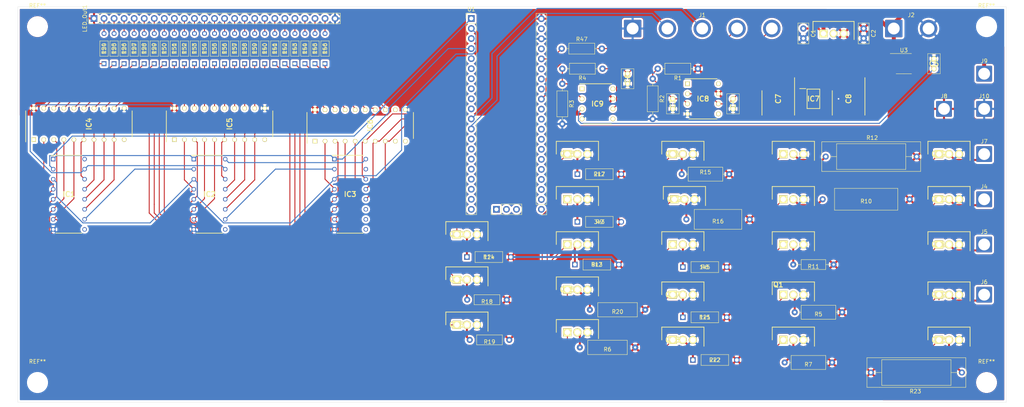
<source format=kicad_pcb>
(kicad_pcb (version 20171130) (host pcbnew "(5.1.12)-1")
  (layers (0 F.Cu signal) (31 B.Cu signal) (34 B.Paste user) (35 F.Paste user) (36 B.SilkS user) (37 F.SilkS user) (38 B.Mask user) (39 F.Mask user) (44 Edge.Cuts user))
  (net 0 "")
  (net 1 GND)
  (net 2 +24V)
  (net 3 +5V)
  (net 4 "Net-(C3-Pad1)")
  (net 5 "Net-(C4-Pad1)")
  (net 6 "Net-(C5-Pad1)")
  (net 7 CurrentDetect)
  (net 8 "Net-(C7-Pad2)")
  (net 9 "Net-(C7-Pad1)")
  (net 10 "Net-(C8-Pad2)")
  (net 11 /Heater)
  (net 12 /TV)
  (net 13 /Fridge)
  (net 14 "Net-(IC1-Pad10)")
  (net 15 "Net-(IC1-Pad9)")
  (net 16 /LoungeLi)
  (net 17 Clock)
  (net 18 Data)
  (net 19 Strobe)
  (net 20 /Oven)
  (net 21 /Toaster)
  (net 22 /Jug)
  (net 23 "Net-(IC2-Pad9)")
  (net 24 "Net-(IC2-Pad10)")
  (net 25 "Net-(IC3-Pad9)")
  (net 26 "Net-(IC3-Pad10)")
  (net 27 "Net-(IC3-Pad11)")
  (net 28 /LED1)
  (net 29 /LED2)
  (net 30 /LED3)
  (net 31 /LED4)
  (net 32 /LED5)
  (net 33 /LED6)
  (net 34 /LED7)
  (net 35 /LED8)
  (net 36 "Net-(IC4-Pad10)")
  (net 37 "Net-(IC4-Pad1)")
  (net 38 "Net-(IC5-Pad1)")
  (net 39 "Net-(IC5-Pad10)")
  (net 40 /LED16)
  (net 41 /LED15)
  (net 42 /LED14)
  (net 43 /LED13)
  (net 44 /LED12)
  (net 45 /LED11)
  (net 46 /LED10)
  (net 47 /LED9)
  (net 48 "Net-(IC6-Pad1)")
  (net 49 "Net-(IC6-Pad9)")
  (net 50 "Net-(IC6-Pad10)")
  (net 51 "Net-(IC6-Pad12)")
  (net 52 /LED23)
  (net 53 /LED22)
  (net 54 /LED21)
  (net 55 /LED20)
  (net 56 /LED19)
  (net 57 /LED18)
  (net 58 /LED17)
  (net 59 "Net-(IC7-Pad1)")
  (net 60 "Net-(IC7-Pad7)")
  (net 61 "Net-(IC8-Pad1)")
  (net 62 "Net-(IC8-Pad5)")
  (net 63 "Net-(IC8-Pad8)")
  (net 64 "Net-(IC9-Pad8)")
  (net 65 "Net-(IC9-Pad5)")
  (net 66 "Net-(IC9-Pad2)")
  (net 67 "Net-(IC9-Pad1)")
  (net 68 SwitchSignal)
  (net 69 UART_TX)
  (net 70 UART_RX)
  (net 71 "Net-(J4-Pad1)")
  (net 72 "Net-(J5-Pad1)")
  (net 73 "Net-(J6-Pad1)")
  (net 74 "Net-(J7-Pad1)")
  (net 75 "Net-(LED_Out1-Pad2)")
  (net 76 "Net-(LED_Out1-Pad3)")
  (net 77 "Net-(LED_Out1-Pad4)")
  (net 78 "Net-(LED_Out1-Pad5)")
  (net 79 "Net-(LED_Out1-Pad6)")
  (net 80 "Net-(LED_Out1-Pad7)")
  (net 81 "Net-(LED_Out1-Pad8)")
  (net 82 "Net-(LED_Out1-Pad9)")
  (net 83 "Net-(LED_Out1-Pad10)")
  (net 84 "Net-(LED_Out1-Pad11)")
  (net 85 "Net-(LED_Out1-Pad12)")
  (net 86 "Net-(LED_Out1-Pad13)")
  (net 87 "Net-(LED_Out1-Pad14)")
  (net 88 "Net-(LED_Out1-Pad15)")
  (net 89 "Net-(LED_Out1-Pad16)")
  (net 90 "Net-(LED_Out1-Pad17)")
  (net 91 "Net-(LED_Out1-Pad18)")
  (net 92 "Net-(LED_Out1-Pad19)")
  (net 93 "Net-(LED_Out1-Pad20)")
  (net 94 "Net-(LED_Out1-Pad21)")
  (net 95 "Net-(LED_Out1-Pad22)")
  (net 96 "Net-(LED_Out1-Pad23)")
  (net 97 "Net-(LED_Out1-Pad24)")
  (net 98 "Net-(U1-Pad21)")
  (net 99 "Net-(U1-Pad3)")
  (net 100 "Net-(U1-Pad5)")
  (net 101 "Net-(U1-Pad6)")
  (net 102 "Net-(U1-Pad7)")
  (net 103 "Net-(U1-Pad8)")
  (net 104 "Net-(U1-Pad9)")
  (net 105 "Net-(U1-Pad10)")
  (net 106 "Net-(U1-Pad13)")
  (net 107 "Net-(U1-Pad14)")
  (net 108 "Net-(U1-Pad15)")
  (net 109 "Net-(U1-Pad16)")
  (net 110 "Net-(U1-Pad17)")
  (net 111 "Net-(U1-Pad18)")
  (net 112 "Net-(U1-Pad19)")
  (net 113 "Net-(U1-Pad20)")
  (net 114 "Net-(U1-Pad39)")
  (net 115 "Net-(U1-Pad37)")
  (net 116 "Net-(U1-Pad35)")
  (net 117 "Net-(U1-Pad34)")
  (net 118 "Net-(U1-Pad33)")
  (net 119 "Net-(U1-Pad31)")
  (net 120 "Net-(U1-Pad30)")
  (net 121 "Net-(U1-Pad29)")
  (net 122 "Net-(U1-Pad28)")
  (net 123 "Net-(U1-Pad27)")
  (net 124 "Net-(U1-Pad26)")
  (net 125 "Net-(U1-Pad25)")
  (net 126 "Net-(U1-Pad24)")
  (net 127 "Net-(U1-Pad23)")
  (net 128 "Net-(U1-Pad22)")
  (net 129 "Net-(U1-Pad41)")
  (net 130 "Net-(U1-Pad43)")
  (net 131 "Net-(U1-Pad42)")
  (net 132 "Net-(U3-Pad6)")
  (net 133 24V)
  (net 134 "Net-(Q1-Pad2)")
  (net 135 "Net-(Q2-Pad2)")
  (net 136 "Net-(Q3-Pad2)")
  (net 137 "Net-(Q4-Pad2)")
  (net 138 "Net-(Q5-Pad2)")
  (net 139 "Net-(Q6-Pad2)")
  (net 140 "Net-(Q7-Pad2)")
  (net 141 "Net-(Q8-Pad2)")
  (net 142 "Net-(Q9-Pad2)")
  (net 143 "Net-(Q10-Pad2)")
  (net 144 "Net-(Q11-Pad2)")
  (net 145 "Net-(Q12-Pad2)")
  (net 146 "Net-(Q13-Pad2)")
  (net 147 "Net-(Q14-Pad2)")
  (net 148 "Net-(Q15-Pad2)")
  (net 149 "Net-(Q16-Pad2)")
  (net 150 "Net-(Q17-Pad2)")
  (net 151 "Net-(Q18-Pad2)")
  (net 152 "Net-(R47-Pad1)")
  (net 153 /Lamp_bed2)
  (net 154 /Water_heater)
  (net 155 /Light_bath)
  (net 156 /Lamp_bed1)
  (net 157 /Lamp_lounge)
  (net 158 /Light_bed2)
  (net 159 /Laptopcharger2)
  (net 160 /Light_2_kitchen)
  (net 161 /Clock_bed1)
  (net 162 /Phonecharger2)
  (net 163 /Phonecharger1)
  (net 164 /Light_bed1)
  (net 165 /Light_kitchen)
  (net 166 /Laptopcharger1)
  (net 167 /Clock_bed2)
  (net 168 /Phonecharger3)
  (net 169 "Net-(Q23-Pad2)")
  (module 1K_load:1K_load (layer F.Cu) (at 208.915 67.31 180)
    (fp_text reference R15 (at 0 0.5) (layer F.SilkS))
    (fp_text value 1k)
    (pad 2 thru_hole circle (at 6 0 180) (size 1.524 1.524) (drill 0.7) (layers *.Cu *.Mask) (net 144 "Net-(Q11-Pad2)"))
    (pad 1 thru_hole circle (at -6 0 180) (size 1.524 1.524) (drill 0.7) (layers *.Cu *.Mask) (net 133 24V))
  )
  (module LR1:LR1F1K5 (layer F.Cu) (at 203.2 103.505)
    (fp_text reference R21 (at 5.55117 0) (layer F.SilkS))
    (fp_text value 1k5 (at 5.55117 0) (layer F.SilkS))
    (fp_text user * (at 0 0) (layer F.SilkS))
    (pad 2 thru_hole circle (at 11.10234 0) (size 1.397 1.397) (drill 0.889) (layers *.Cu *.Mask) (net 133 24V))
    (pad 1 thru_hole rect (at 0 0) (size 1.397 1.397) (drill 0.889) (layers *.Cu *.Mask) (net 150 "Net-(Q17-Pad2)"))
  )
  (module 18k_res:10k_res (layer F.Cu) (at 186.69 101.6)
    (fp_text reference R20 (at 0 0.5) (layer F.SilkS))
    (fp_text value 10k)
    (pad 2 thru_hole circle (at 7 0) (size 1.524 1.524) (drill 0.6) (layers *.Cu *.Mask) (net 133 24V))
    (pad 1 thru_hole circle (at -7 0) (size 1.524 1.524) (drill 0.6) (layers *.Cu *.Mask) (net 149 "Net-(Q16-Pad2)"))
  )
  (module 56k_res:56k (layer F.Cu) (at 154.305 109.22)
    (fp_text reference R19 (at 0 0.5) (layer F.SilkS))
    (fp_text value 56k)
    (pad 2 thru_hole circle (at 5 0) (size 1.524 1.524) (drill 0.762) (layers *.Cu *.Mask) (net 133 24V))
    (pad 1 thru_hole circle (at -5 0) (size 1.524 1.524) (drill 0.762) (layers *.Cu *.Mask) (net 148 "Net-(Q15-Pad2)"))
  )
  (module 56k_res:56k (layer F.Cu) (at 153.67 99.06)
    (fp_text reference R18 (at 0 0.5) (layer F.SilkS))
    (fp_text value 15k)
    (pad 2 thru_hole circle (at 5 0) (size 1.524 1.524) (drill 0.762) (layers *.Cu *.Mask) (net 133 24V))
    (pad 1 thru_hole circle (at -5 0) (size 1.524 1.524) (drill 0.762) (layers *.Cu *.Mask) (net 147 "Net-(Q14-Pad2)"))
  )
  (module LR1:LR1F1K5 (layer F.Cu) (at 176.53 67.31)
    (fp_text reference R17 (at 5.55117 0) (layer F.SilkS))
    (fp_text value 2k2 (at 5.55117 0) (layer F.SilkS))
    (fp_text user * (at 0 0) (layer F.SilkS))
    (pad 2 thru_hole circle (at 11.10234 0) (size 1.397 1.397) (drill 0.889) (layers *.Cu *.Mask) (net 133 24V))
    (pad 1 thru_hole rect (at 0 0) (size 1.397 1.397) (drill 0.889) (layers *.Cu *.Mask) (net 146 "Net-(Q13-Pad2)"))
  )
  (module 1k2_res:1k2_res_v2 (layer F.Cu) (at 212.09 78.74)
    (fp_text reference R16 (at 0 0.5) (layer F.SilkS))
    (fp_text value 1k2)
    (pad 2 thru_hole circle (at 8 0) (size 1.524 1.524) (drill 0.762) (layers *.Cu *.Mask) (net 133 24V))
    (pad 1 thru_hole circle (at -8 0) (size 1.524 1.524) (drill 0.762) (layers *.Cu *.Mask) (net 145 "Net-(Q12-Pad2)"))
  )
  (module LR1:LR1F1K5 (layer F.Cu) (at 148.59 88.265)
    (fp_text reference R14 (at 5.55117 0) (layer F.SilkS))
    (fp_text value 12k (at 5.55117 0) (layer F.SilkS))
    (fp_text user * (at 0 0) (layer F.SilkS))
    (pad 2 thru_hole circle (at 11.10234 0) (size 1.397 1.397) (drill 0.889) (layers *.Cu *.Mask) (net 133 24V))
    (pad 1 thru_hole rect (at 0 0) (size 1.397 1.397) (drill 0.889) (layers *.Cu *.Mask) (net 143 "Net-(Q10-Pad2)"))
  )
  (module LR1:LR1F1K5 (layer F.Cu) (at 175.895 90.17)
    (fp_text reference R13 (at 5.55117 0) (layer F.SilkS))
    (fp_text value 8k2 (at 5.55117 0) (layer F.SilkS))
    (fp_text user * (at 0 0) (layer F.SilkS))
    (pad 2 thru_hole circle (at 11.10234 0) (size 1.397 1.397) (drill 0.889) (layers *.Cu *.Mask) (net 133 24V))
    (pad 1 thru_hole rect (at 0 0) (size 1.397 1.397) (drill 0.889) (layers *.Cu *.Mask) (net 142 "Net-(Q9-Pad2)"))
  )
  (module ROX5SS:ROX5SS (layer F.Cu) (at 250.825 62.865)
    (fp_text reference R12 (at 0.25 -4.75) (layer F.SilkS))
    (fp_text value 390)
    (pad 2 thru_hole circle (at 11.5 0) (size 1.524 1.524) (drill 0.8) (layers *.Cu *.Mask) (net 133 24V))
    (pad 1 thru_hole circle (at -11.5 0) (size 1.524 1.524) (drill 0.8) (layers *.Cu *.Mask) (net 141 "Net-(Q8-Pad2)"))
  )
  (module 680ohm:680ohm (layer F.Cu) (at 249.555 73.66)
    (fp_text reference R10 (at 0 0.5) (layer F.SilkS))
    (fp_text value 680)
    (pad 2 thru_hole circle (at 11 0) (size 1.524 1.524) (drill 0.762) (layers *.Cu *.Mask) (net 133 24V))
    (pad 1 thru_hole circle (at -11 0) (size 1.524 1.524) (drill 0.762) (layers *.Cu *.Mask) (net 139 "Net-(Q6-Pad2)"))
  )
  (module 3k3R:LR1F3K3 (layer F.Cu) (at 176.53 79.375)
    (fp_text reference R9 (at 5.55117 0) (layer F.SilkS))
    (fp_text value 3k3 (at 5.55117 0) (layer F.SilkS))
    (fp_text user * (at 0 0) (layer F.SilkS))
    (pad 2 thru_hole circle (at 11.10234 0) (size 1.397 1.397) (drill 0.889) (layers *.Cu *.Mask) (net 133 24V))
    (pad 1 thru_hole rect (at 0 0) (size 1.397 1.397) (drill 0.889) (layers *.Cu *.Mask) (net 138 "Net-(Q5-Pad2)"))
  )
  (module LR1:LR1F1K5 (layer F.Cu) (at 203.2 90.805)
    (fp_text reference R8 (at 5.55117 0) (layer F.SilkS))
    (fp_text value 1k5 (at 5.55117 0) (layer F.SilkS))
    (fp_text user * (at 0 0) (layer F.SilkS))
    (pad 2 thru_hole circle (at 11.10234 0) (size 1.397 1.397) (drill 0.889) (layers *.Cu *.Mask) (net 133 24V))
    (pad 1 thru_hole rect (at 0 0) (size 1.397 1.397) (drill 0.889) (layers *.Cu *.Mask) (net 137 "Net-(Q4-Pad2)"))
  )
  (module 1K_load:1K_load (layer F.Cu) (at 234.95 114.935)
    (fp_text reference R7 (at 0 0.5) (layer F.SilkS))
    (fp_text value 1k)
    (pad 2 thru_hole circle (at 6 0) (size 1.524 1.524) (drill 0.7) (layers *.Cu *.Mask) (net 133 24V))
    (pad 1 thru_hole circle (at -6 0) (size 1.524 1.524) (drill 0.7) (layers *.Cu *.Mask) (net 136 "Net-(Q3-Pad2)"))
  )
  (module 18k_res:10k_res (layer F.Cu) (at 184.15 111.125)
    (fp_text reference R6 (at 0 0.5) (layer F.SilkS))
    (fp_text value 10k)
    (pad 2 thru_hole circle (at 7 0) (size 1.524 1.524) (drill 0.6) (layers *.Cu *.Mask) (net 133 24V))
    (pad 1 thru_hole circle (at -7 0) (size 1.524 1.524) (drill 0.6) (layers *.Cu *.Mask) (net 135 "Net-(Q2-Pad2)"))
  )
  (module Connector_Wire:SolderWire-2.5sqmm_1x01_D2.4mm_OD3.6mm (layer F.Cu) (at 279.4 62.23)
    (fp_text reference J7 (at 0 -3.2) (layer F.SilkS))
    (fp_text value From_toaster)
    (pad 1 thru_hole roundrect (at 0 0) (size 4 4) (drill 3) (layers *.Cu *.Mask) (roundrect_rratio 0.0625) (net 74 "Net-(J7-Pad1)"))
  )
  (module Connector_Wire:SolderWire-2.5sqmm_1x01_D2.4mm_OD3.6mm (layer F.Cu) (at 279.4 97.79)
    (fp_text reference J6 (at 0 -3.2) (layer F.SilkS))
    (fp_text value From_heater)
    (pad 1 thru_hole roundrect (at 0 0) (size 4 4) (drill 3) (layers *.Cu *.Mask) (roundrect_rratio 0.0625) (net 73 "Net-(J6-Pad1)"))
  )
  (module Connector_Wire:SolderWire-2.5sqmm_1x01_D2.4mm_OD3.6mm (layer F.Cu) (at 279.4 85.09)
    (fp_text reference J5 (at 0 -3.2) (layer F.SilkS))
    (fp_text value From_WH)
    (pad 1 thru_hole roundrect (at 0 0) (size 4 4) (drill 3) (layers *.Cu *.Mask) (roundrect_rratio 0.0625) (net 72 "Net-(J5-Pad1)"))
  )
  (module Connector_Wire:SolderWire-2.5sqmm_1x01_D2.4mm_OD3.6mm (layer F.Cu) (at 279.4 73.66)
    (fp_text reference J4 (at 0 -3.2) (layer F.SilkS))
    (fp_text value From_jug)
    (pad 1 thru_hole roundrect (at 0 0) (size 4 4) (drill 3) (layers *.Cu *.Mask) (roundrect_rratio 0.0625) (net 71 "Net-(J4-Pad1)"))
  )
  (module MFP1:MFP1_res (layer F.Cu) (at 236.22 90.17)
    (fp_text reference R11 (at 0 0.5) (layer F.SilkS))
    (fp_text value 820)
    (pad 2 thru_hole circle (at 5.1 0) (size 1.524 1.524) (drill 0.65) (layers *.Cu *.Mask) (net 133 24V))
    (pad 1 thru_hole circle (at -5.1 0) (size 1.524 1.524) (drill 0.65) (layers *.Cu *.Mask) (net 140 "Net-(Q7-Pad2)"))
  )
  (module ROX5SS:ROX5SS (layer F.Cu) (at 262.255 117.475 180)
    (fp_text reference R23 (at 0.25 -4.75) (layer F.SilkS))
    (fp_text value 270)
    (pad 2 thru_hole circle (at 11.5 0 180) (size 1.524 1.524) (drill 0.8) (layers *.Cu *.Mask) (net 133 24V))
    (pad 1 thru_hole circle (at -11.5 0 180) (size 1.524 1.524) (drill 0.8) (layers *.Cu *.Mask) (net 169 "Net-(Q23-Pad2)"))
  )
  (module LR1:LR1F1K5 (layer F.Cu) (at 205.74 114.3)
    (fp_text reference R22 (at 5.55117 0) (layer F.SilkS))
    (fp_text value 2k2 (at 5.55117 0) (layer F.SilkS))
    (fp_text user * (at 0 0) (layer F.SilkS))
    (pad 2 thru_hole circle (at 11.10234 0) (size 1.397 1.397) (drill 0.889) (layers *.Cu *.Mask) (net 133 24V))
    (pad 1 thru_hole rect (at 0 0) (size 1.397 1.397) (drill 0.889) (layers *.Cu *.Mask) (net 151 "Net-(Q18-Pad2)"))
  )
  (module 1K_load:1K_load (layer F.Cu) (at 237.49 102.235)
    (fp_text reference R5 (at 0 0.5) (layer F.SilkS))
    (fp_text value 1k)
    (pad 2 thru_hole circle (at 6 0) (size 1.524 1.524) (drill 0.7) (layers *.Cu *.Mask) (net 133 24V))
    (pad 1 thru_hole circle (at -6 0) (size 1.524 1.524) (drill 0.7) (layers *.Cu *.Mask) (net 134 "Net-(Q1-Pad2)"))
  )
  (module IRLB8721PBF:TO254P483X1016X1994-3P (layer F.Cu) (at 267.97 73.66)
    (fp_text reference Q20 (at 0 0) (layer F.SilkS) (effects (font (size 1.27 1.27) (thickness 0.254))))
    (fp_text value IRLB8721PBF hide)
    (pad 3 thru_hole circle (at 5.08 0 90) (size 2.07 2.07) (drill 1.38) (layers *.Cu *.Mask F.SilkS) (net 1 GND))
    (pad 2 thru_hole circle (at 2.54 0 90) (size 2.07 2.07) (drill 1.38) (layers *.Cu *.Mask F.SilkS) (net 71 "Net-(J4-Pad1)"))
    (pad 1 thru_hole rect (at 0 0 90) (size 2.07 2.07) (drill 1.38) (layers *.Cu *.Mask F.SilkS) (net 22 /Jug))
  )
  (module Connector_Wire:SolderWire-2.5sqmm_1x01_D2.4mm_OD3.6mm (layer F.Cu) (at 279.4 50.8)
    (fp_text reference J10 (at 0 -3.2) (layer F.SilkS))
    (fp_text value Fan-)
    (pad 1 thru_hole roundrect (at 0 0) (size 4 4) (drill 3) (layers *.Cu *.Mask) (roundrect_rratio 0.0625) (net 1 GND))
  )
  (module Connector_Wire:SolderWire-2.5sqmm_1x01_D2.4mm_OD3.6mm (layer F.Cu) (at 279.4 41.91)
    (fp_text reference J9 (at 0 -3.2) (layer F.SilkS))
    (fp_text value Fan+)
    (pad 1 thru_hole roundrect (at 0 0) (size 4 4) (drill 3) (layers *.Cu *.Mask) (roundrect_rratio 0.0625) (net 2 +24V))
  )
  (module IRLB8721PBF:TO254P483X1016X1994-3P (layer F.Cu) (at 267.97 109.22)
    (fp_text reference Q23 (at 0 0) (layer F.SilkS) (effects (font (size 1.27 1.27) (thickness 0.254))))
    (fp_text value IRLB8721PBF hide)
    (pad 3 thru_hole circle (at 5.08 0 90) (size 2.07 2.07) (drill 1.38) (layers *.Cu *.Mask F.SilkS) (net 1 GND))
    (pad 2 thru_hole circle (at 2.54 0 90) (size 2.07 2.07) (drill 1.38) (layers *.Cu *.Mask F.SilkS) (net 169 "Net-(Q23-Pad2)"))
    (pad 1 thru_hole rect (at 0 0 90) (size 2.07 2.07) (drill 1.38) (layers *.Cu *.Mask F.SilkS) (net 13 /Fridge))
  )
  (module IRLB8721PBF:TO254P483X1016X1994-3P (layer F.Cu) (at 267.97 97.79)
    (fp_text reference Q22 (at 0 0) (layer F.SilkS) (effects (font (size 1.27 1.27) (thickness 0.254))))
    (fp_text value IRLB8721PBF hide)
    (pad 3 thru_hole circle (at 5.08 0 90) (size 2.07 2.07) (drill 1.38) (layers *.Cu *.Mask F.SilkS) (net 1 GND))
    (pad 2 thru_hole circle (at 2.54 0 90) (size 2.07 2.07) (drill 1.38) (layers *.Cu *.Mask F.SilkS) (net 73 "Net-(J6-Pad1)"))
    (pad 1 thru_hole rect (at 0 0 90) (size 2.07 2.07) (drill 1.38) (layers *.Cu *.Mask F.SilkS) (net 21 /Toaster))
  )
  (module IRLB8721PBF:TO254P483X1016X1994-3P (layer F.Cu) (at 267.97 85.09)
    (fp_text reference Q21 (at 0 0) (layer F.SilkS) (effects (font (size 1.27 1.27) (thickness 0.254))))
    (fp_text value IRLB8721PBF hide)
    (pad 3 thru_hole circle (at 5.08 0 90) (size 2.07 2.07) (drill 1.38) (layers *.Cu *.Mask F.SilkS) (net 1 GND))
    (pad 2 thru_hole circle (at 2.54 0 90) (size 2.07 2.07) (drill 1.38) (layers *.Cu *.Mask F.SilkS) (net 72 "Net-(J5-Pad1)"))
    (pad 1 thru_hole rect (at 0 0 90) (size 2.07 2.07) (drill 1.38) (layers *.Cu *.Mask F.SilkS) (net 11 /Heater))
  )
  (module IRLB8721PBF:TO254P483X1016X1994-3P (layer F.Cu) (at 267.97 62.23)
    (fp_text reference Q19 (at 0 0) (layer F.SilkS) (effects (font (size 1.27 1.27) (thickness 0.254))))
    (fp_text value IRLB8721PBF hide)
    (pad 3 thru_hole circle (at 5.08 0 90) (size 2.07 2.07) (drill 1.38) (layers *.Cu *.Mask F.SilkS) (net 1 GND))
    (pad 2 thru_hole circle (at 2.54 0 90) (size 2.07 2.07) (drill 1.38) (layers *.Cu *.Mask F.SilkS) (net 74 "Net-(J7-Pad1)"))
    (pad 1 thru_hole rect (at 0 0 90) (size 2.07 2.07) (drill 1.38) (layers *.Cu *.Mask F.SilkS) (net 154 /Water_heater))
  )
  (module IRLB8721PBF:TO254P483X1016X1994-3P (layer F.Cu) (at 200.66 109.22)
    (fp_text reference Q18 (at 0 0) (layer F.SilkS) (effects (font (size 1.27 1.27) (thickness 0.254))))
    (fp_text value IRLB8721PBF hide)
    (pad 3 thru_hole circle (at 5.08 0 90) (size 2.07 2.07) (drill 1.38) (layers *.Cu *.Mask F.SilkS) (net 1 GND))
    (pad 2 thru_hole circle (at 2.54 0 90) (size 2.07 2.07) (drill 1.38) (layers *.Cu *.Mask F.SilkS) (net 151 "Net-(Q18-Pad2)"))
    (pad 1 thru_hole rect (at 0 0 90) (size 2.07 2.07) (drill 1.38) (layers *.Cu *.Mask F.SilkS) (net 156 /Lamp_bed1))
  )
  (module IRLB8721PBF:TO254P483X1016X1994-3P (layer F.Cu) (at 200.66 97.79)
    (fp_text reference Q17 (at 0 0) (layer F.SilkS) (effects (font (size 1.27 1.27) (thickness 0.254))))
    (fp_text value IRLB8721PBF hide)
    (pad 3 thru_hole circle (at 5.08 0 90) (size 2.07 2.07) (drill 1.38) (layers *.Cu *.Mask F.SilkS) (net 1 GND))
    (pad 2 thru_hole circle (at 2.54 0 90) (size 2.07 2.07) (drill 1.38) (layers *.Cu *.Mask F.SilkS) (net 150 "Net-(Q17-Pad2)"))
    (pad 1 thru_hole rect (at 0 0 90) (size 2.07 2.07) (drill 1.38) (layers *.Cu *.Mask F.SilkS) (net 157 /Lamp_lounge))
  )
  (module IRLB8721PBF:TO254P483X1016X1994-3P (layer F.Cu) (at 173.99 96.52)
    (fp_text reference Q16 (at 0 0) (layer F.SilkS) (effects (font (size 1.27 1.27) (thickness 0.254))))
    (fp_text value IRLB8721PBF hide)
    (pad 3 thru_hole circle (at 5.08 0 90) (size 2.07 2.07) (drill 1.38) (layers *.Cu *.Mask F.SilkS) (net 1 GND))
    (pad 2 thru_hole circle (at 2.54 0 90) (size 2.07 2.07) (drill 1.38) (layers *.Cu *.Mask F.SilkS) (net 149 "Net-(Q16-Pad2)"))
    (pad 1 thru_hole rect (at 0 0 90) (size 2.07 2.07) (drill 1.38) (layers *.Cu *.Mask F.SilkS) (net 162 /Phonecharger2))
  )
  (module IRLB8721PBF:TO254P483X1016X1994-3P (layer F.Cu) (at 146.05 105.41)
    (fp_text reference Q15 (at 0 0) (layer F.SilkS) (effects (font (size 1.27 1.27) (thickness 0.254))))
    (fp_text value IRLB8721PBF hide)
    (pad 3 thru_hole circle (at 5.08 0 90) (size 2.07 2.07) (drill 1.38) (layers *.Cu *.Mask F.SilkS) (net 1 GND))
    (pad 2 thru_hole circle (at 2.54 0 90) (size 2.07 2.07) (drill 1.38) (layers *.Cu *.Mask F.SilkS) (net 148 "Net-(Q15-Pad2)"))
    (pad 1 thru_hole rect (at 0 0 90) (size 2.07 2.07) (drill 1.38) (layers *.Cu *.Mask F.SilkS) (net 166 /Laptopcharger1))
  )
  (module IRLB8721PBF:TO254P483X1016X1994-3P (layer F.Cu) (at 146.05 93.98)
    (fp_text reference Q14 (at 0 0) (layer F.SilkS) (effects (font (size 1.27 1.27) (thickness 0.254))))
    (fp_text value IRLB8721PBF hide)
    (pad 3 thru_hole circle (at 5.08 0 90) (size 2.07 2.07) (drill 1.38) (layers *.Cu *.Mask F.SilkS) (net 1 GND))
    (pad 2 thru_hole circle (at 2.54 0 90) (size 2.07 2.07) (drill 1.38) (layers *.Cu *.Mask F.SilkS) (net 147 "Net-(Q14-Pad2)"))
    (pad 1 thru_hole rect (at 0 0 90) (size 2.07 2.07) (drill 1.38) (layers *.Cu *.Mask F.SilkS) (net 167 /Clock_bed2))
  )
  (module IRLB8721PBF:TO254P483X1016X1994-3P (layer F.Cu) (at 173.99 62.23)
    (fp_text reference Q13 (at 0 0) (layer F.SilkS) (effects (font (size 1.27 1.27) (thickness 0.254))))
    (fp_text value IRLB8721PBF hide)
    (pad 3 thru_hole circle (at 5.08 0 90) (size 2.07 2.07) (drill 1.38) (layers *.Cu *.Mask F.SilkS) (net 1 GND))
    (pad 2 thru_hole circle (at 2.54 0 90) (size 2.07 2.07) (drill 1.38) (layers *.Cu *.Mask F.SilkS) (net 146 "Net-(Q13-Pad2)"))
    (pad 1 thru_hole rect (at 0 0 90) (size 2.07 2.07) (drill 1.38) (layers *.Cu *.Mask F.SilkS) (net 165 /Light_kitchen))
  )
  (module IRLB8721PBF:TO254P483X1016X1994-3P (layer F.Cu) (at 201.055 73.66)
    (fp_text reference Q12 (at 0 0) (layer F.SilkS) (effects (font (size 1.27 1.27) (thickness 0.254))))
    (fp_text value IRLB8721PBF hide)
    (pad 3 thru_hole circle (at 5.08 0 90) (size 2.07 2.07) (drill 1.38) (layers *.Cu *.Mask F.SilkS) (net 1 GND))
    (pad 2 thru_hole circle (at 2.54 0 90) (size 2.07 2.07) (drill 1.38) (layers *.Cu *.Mask F.SilkS) (net 145 "Net-(Q12-Pad2)"))
    (pad 1 thru_hole rect (at 0 0 90) (size 2.07 2.07) (drill 1.38) (layers *.Cu *.Mask F.SilkS) (net 159 /Laptopcharger2))
  )
  (module IRLB8721PBF:TO254P483X1016X1994-3P (layer F.Cu) (at 200.66 62.23)
    (fp_text reference Q11 (at 0 0) (layer F.SilkS) (effects (font (size 1.27 1.27) (thickness 0.254))))
    (fp_text value IRLB8721PBF hide)
    (pad 3 thru_hole circle (at 5.08 0 90) (size 2.07 2.07) (drill 1.38) (layers *.Cu *.Mask F.SilkS) (net 1 GND))
    (pad 2 thru_hole circle (at 2.54 0 90) (size 2.07 2.07) (drill 1.38) (layers *.Cu *.Mask F.SilkS) (net 144 "Net-(Q11-Pad2)"))
    (pad 1 thru_hole rect (at 0 0 90) (size 2.07 2.07) (drill 1.38) (layers *.Cu *.Mask F.SilkS) (net 160 /Light_2_kitchen))
  )
  (module IRLB8721PBF:TO254P483X1016X1994-3P (layer F.Cu) (at 146.05 82.55)
    (fp_text reference Q10 (at 0 0) (layer F.SilkS) (effects (font (size 1.27 1.27) (thickness 0.254))))
    (fp_text value IRLB8721PBF hide)
    (pad 3 thru_hole circle (at 5.08 0 90) (size 2.07 2.07) (drill 1.38) (layers *.Cu *.Mask F.SilkS) (net 1 GND))
    (pad 2 thru_hole circle (at 2.54 0 90) (size 2.07 2.07) (drill 1.38) (layers *.Cu *.Mask F.SilkS) (net 143 "Net-(Q10-Pad2)"))
    (pad 1 thru_hole rect (at 0 0 90) (size 2.07 2.07) (drill 1.38) (layers *.Cu *.Mask F.SilkS) (net 168 /Phonecharger3))
  )
  (module IRLB8721PBF:TO254P483X1016X1994-3P (layer F.Cu) (at 173.99 85.09)
    (fp_text reference Q9 (at 0 0) (layer F.SilkS) (effects (font (size 1.27 1.27) (thickness 0.254))))
    (fp_text value IRLB8721PBF hide)
    (pad 3 thru_hole circle (at 5.08 0 90) (size 2.07 2.07) (drill 1.38) (layers *.Cu *.Mask F.SilkS) (net 1 GND))
    (pad 2 thru_hole circle (at 2.54 0 90) (size 2.07 2.07) (drill 1.38) (layers *.Cu *.Mask F.SilkS) (net 142 "Net-(Q9-Pad2)"))
    (pad 1 thru_hole rect (at 0 0 90) (size 2.07 2.07) (drill 1.38) (layers *.Cu *.Mask F.SilkS) (net 163 /Phonecharger1))
  )
  (module IRLB8721PBF:TO254P483X1016X1994-3P (layer F.Cu) (at 228.6 62.23)
    (fp_text reference Q8 (at 0 0) (layer F.SilkS) (effects (font (size 1.27 1.27) (thickness 0.254))))
    (fp_text value IRLB8721PBF hide)
    (pad 3 thru_hole circle (at 5.08 0 90) (size 2.07 2.07) (drill 1.38) (layers *.Cu *.Mask F.SilkS) (net 1 GND))
    (pad 2 thru_hole circle (at 2.54 0 90) (size 2.07 2.07) (drill 1.38) (layers *.Cu *.Mask F.SilkS) (net 141 "Net-(Q8-Pad2)"))
    (pad 1 thru_hole rect (at 0 0 90) (size 2.07 2.07) (drill 1.38) (layers *.Cu *.Mask F.SilkS) (net 12 /TV))
  )
  (module IRLB8721PBF:TO254P483X1016X1994-3P (layer F.Cu) (at 228.6 85.09)
    (fp_text reference Q7 (at 0 0) (layer F.SilkS) (effects (font (size 1.27 1.27) (thickness 0.254))))
    (fp_text value IRLB8721PBF hide)
    (pad 3 thru_hole circle (at 5.08 0 90) (size 2.07 2.07) (drill 1.38) (layers *.Cu *.Mask F.SilkS) (net 1 GND))
    (pad 2 thru_hole circle (at 2.54 0 90) (size 2.07 2.07) (drill 1.38) (layers *.Cu *.Mask F.SilkS) (net 140 "Net-(Q7-Pad2)"))
    (pad 1 thru_hole rect (at 0 0 90) (size 2.07 2.07) (drill 1.38) (layers *.Cu *.Mask F.SilkS) (net 20 /Oven))
  )
  (module IRLB8721PBF:TO254P483X1016X1994-3P (layer F.Cu) (at 228.6 73.66)
    (fp_text reference Q6 (at 0 0) (layer F.SilkS) (effects (font (size 1.27 1.27) (thickness 0.254))))
    (fp_text value IRLB8721PBF hide)
    (pad 3 thru_hole circle (at 5.08 0 90) (size 2.07 2.07) (drill 1.38) (layers *.Cu *.Mask F.SilkS) (net 1 GND))
    (pad 2 thru_hole circle (at 2.54 0 90) (size 2.07 2.07) (drill 1.38) (layers *.Cu *.Mask F.SilkS) (net 139 "Net-(Q6-Pad2)"))
    (pad 1 thru_hole rect (at 0 0 90) (size 2.07 2.07) (drill 1.38) (layers *.Cu *.Mask F.SilkS) (net 155 /Light_bath))
  )
  (module IRLB8721PBF:TO254P483X1016X1994-3P (layer F.Cu) (at 173.99 73.66)
    (fp_text reference Q5 (at 0 0) (layer F.SilkS) (effects (font (size 1.27 1.27) (thickness 0.254))))
    (fp_text value IRLB8721PBF hide)
    (pad 3 thru_hole circle (at 5.08 0 90) (size 2.07 2.07) (drill 1.38) (layers *.Cu *.Mask F.SilkS) (net 1 GND))
    (pad 2 thru_hole circle (at 2.54 0 90) (size 2.07 2.07) (drill 1.38) (layers *.Cu *.Mask F.SilkS) (net 138 "Net-(Q5-Pad2)"))
    (pad 1 thru_hole rect (at 0 0 90) (size 2.07 2.07) (drill 1.38) (layers *.Cu *.Mask F.SilkS) (net 164 /Light_bed1))
  )
  (module IRLB8721PBF:TO254P483X1016X1994-3P (layer F.Cu) (at 200.66 85.09)
    (fp_text reference Q4 (at 0 0) (layer F.SilkS) (effects (font (size 1.27 1.27) (thickness 0.254))))
    (fp_text value IRLB8721PBF hide)
    (pad 3 thru_hole circle (at 5.08 0 90) (size 2.07 2.07) (drill 1.38) (layers *.Cu *.Mask F.SilkS) (net 1 GND))
    (pad 2 thru_hole circle (at 2.54 0 90) (size 2.07 2.07) (drill 1.38) (layers *.Cu *.Mask F.SilkS) (net 137 "Net-(Q4-Pad2)"))
    (pad 1 thru_hole rect (at 0 0 90) (size 2.07 2.07) (drill 1.38) (layers *.Cu *.Mask F.SilkS) (net 158 /Light_bed2))
  )
  (module IRLB8721PBF:TO254P483X1016X1994-3P (layer F.Cu) (at 228.6 109.22)
    (fp_text reference Q3 (at 0 0) (layer F.SilkS) (effects (font (size 1.27 1.27) (thickness 0.254))))
    (fp_text value IRLB8721PBF hide)
    (pad 3 thru_hole circle (at 5.08 0 90) (size 2.07 2.07) (drill 1.38) (layers *.Cu *.Mask F.SilkS) (net 1 GND))
    (pad 2 thru_hole circle (at 2.54 0 90) (size 2.07 2.07) (drill 1.38) (layers *.Cu *.Mask F.SilkS) (net 136 "Net-(Q3-Pad2)"))
    (pad 1 thru_hole rect (at 0 0 90) (size 2.07 2.07) (drill 1.38) (layers *.Cu *.Mask F.SilkS) (net 153 /Lamp_bed2))
  )
  (module IRLB8721PBF:TO254P483X1016X1994-3P (layer F.Cu) (at 173.99 107.315)
    (fp_text reference Q2 (at 0 0) (layer F.SilkS) (effects (font (size 1.27 1.27) (thickness 0.254))))
    (fp_text value IRLB8721PBF hide)
    (pad 3 thru_hole circle (at 5.08 0 90) (size 2.07 2.07) (drill 1.38) (layers *.Cu *.Mask F.SilkS) (net 1 GND))
    (pad 2 thru_hole circle (at 2.54 0 90) (size 2.07 2.07) (drill 1.38) (layers *.Cu *.Mask F.SilkS) (net 135 "Net-(Q2-Pad2)"))
    (pad 1 thru_hole rect (at 0 0 90) (size 2.07 2.07) (drill 1.38) (layers *.Cu *.Mask F.SilkS) (net 161 /Clock_bed1))
  )
  (module Connector_Wire:SolderWire-2.5sqmm_1x01_D2.4mm_OD3.6mm (layer F.Cu) (at 269.24 50.8)
    (fp_text reference J8 (at 0 -3.2) (layer F.SilkS))
    (fp_text value 24V_to_chassis)
    (pad 1 thru_hole roundrect (at 0 0) (size 4 4) (drill 3) (layers *.Cu *.Mask) (roundrect_rratio 0.0625) (net 133 24V))
  )
  (module Connector_Wire:SolderWire-2.5sqmm_1x05_P8.8mm_D2.4mm_OD4.4mm (layer F.Cu) (at 190.5 30.48)
    (fp_text reference J1 (at 17.6 -3.4) (layer F.SilkS))
    (fp_text value Conn_01x05_Female)
    (pad 1 thru_hole roundrect (at 0 0) (size 4.4 4.4) (drill 3) (layers *.Cu *.Mask) (roundrect_rratio 0.05681795454545455) (net 1 GND))
    (pad 2 thru_hole circle (at 8.8 0) (size 4.4 4.4) (drill 3) (layers *.Cu *.Mask) (net 70 UART_RX))
    (pad 3 thru_hole circle (at 17.6 0) (size 4.4 4.4) (drill 3) (layers *.Cu *.Mask) (net 69 UART_TX))
    (pad 4 thru_hole circle (at 26.4 0) (size 4.4 4.4) (drill 3) (layers *.Cu *.Mask) (net 68 SwitchSignal))
    (pad 5 thru_hole circle (at 35.2 0) (size 4.4 4.4) (drill 3) (layers *.Cu *.Mask) (net 7 CurrentDetect))
  )
  (module Resistor_THT:R_Axial_DIN0207_L6.3mm_D2.5mm_P10.16mm_Horizontal (layer F.Cu) (at 172.56 35.56)
    (fp_text reference R47 (at 5.08 -2.37) (layer F.SilkS))
    (fp_text value 10k)
    (pad 1 thru_hole circle (at 0 0) (size 1.6 1.6) (drill 0.8) (layers *.Cu *.Mask) (net 152 "Net-(R47-Pad1)"))
    (pad 2 thru_hole oval (at 10.16 0) (size 1.6 1.6) (drill 0.8) (layers *.Cu *.Mask) (net 68 SwitchSignal))
  )
  (module TLC59211IN:DIP794W53P254L2540H508Q20N (layer F.Cu) (at 121.6 55 90)
    (fp_text reference IC6 (at 0 2.54 90) (layer F.SilkS) (effects (font (size 1.27 1.27) (thickness 0.254))))
    (fp_text value TLC59211IN hide)
    (pad 1 thru_hole rect (at -3.97 -11.43 180) (size 1.13 1.13) (drill 0.73) (layers *.Cu *.Mask F.SilkS) (net 48 "Net-(IC6-Pad1)"))
    (pad 2 thru_hole circle (at -3.97 -8.89 180) (size 1.13 1.13) (drill 0.73) (layers *.Cu *.Mask F.SilkS) (net 162 /Phonecharger2))
    (pad 3 thru_hole circle (at -3.97 -6.35 180) (size 1.13 1.13) (drill 0.73) (layers *.Cu *.Mask F.SilkS) (net 163 /Phonecharger1))
    (pad 4 thru_hole circle (at -3.97 -3.81 180) (size 1.13 1.13) (drill 0.73) (layers *.Cu *.Mask F.SilkS) (net 164 /Light_bed1))
    (pad 5 thru_hole circle (at -3.97 -1.27 180) (size 1.13 1.13) (drill 0.73) (layers *.Cu *.Mask F.SilkS) (net 165 /Light_kitchen))
    (pad 6 thru_hole circle (at -3.97 1.27 180) (size 1.13 1.13) (drill 0.73) (layers *.Cu *.Mask F.SilkS) (net 168 /Phonecharger3))
    (pad 7 thru_hole circle (at -3.97 3.81 180) (size 1.13 1.13) (drill 0.73) (layers *.Cu *.Mask F.SilkS) (net 167 /Clock_bed2))
    (pad 8 thru_hole circle (at -3.97 6.35 180) (size 1.13 1.13) (drill 0.73) (layers *.Cu *.Mask F.SilkS) (net 166 /Laptopcharger1))
    (pad 9 thru_hole circle (at -3.97 8.89 180) (size 1.13 1.13) (drill 0.73) (layers *.Cu *.Mask F.SilkS) (net 49 "Net-(IC6-Pad9)"))
    (pad 10 thru_hole circle (at -3.97 11.43 180) (size 1.13 1.13) (drill 0.73) (layers *.Cu *.Mask F.SilkS) (net 50 "Net-(IC6-Pad10)"))
    (pad 11 thru_hole circle (at 3.97 11.43 180) (size 1.13 1.13) (drill 0.73) (layers *.Cu *.Mask F.SilkS) (net 1 GND))
    (pad 12 thru_hole circle (at 3.97 8.89 180) (size 1.13 1.13) (drill 0.73) (layers *.Cu *.Mask F.SilkS) (net 51 "Net-(IC6-Pad12)"))
    (pad 13 thru_hole circle (at 3.97 6.35 180) (size 1.13 1.13) (drill 0.73) (layers *.Cu *.Mask F.SilkS) (net 52 /LED23))
    (pad 14 thru_hole circle (at 3.97 3.81 180) (size 1.13 1.13) (drill 0.73) (layers *.Cu *.Mask F.SilkS) (net 53 /LED22))
    (pad 15 thru_hole circle (at 3.97 1.27 180) (size 1.13 1.13) (drill 0.73) (layers *.Cu *.Mask F.SilkS) (net 54 /LED21))
    (pad 16 thru_hole circle (at 3.97 -1.27 180) (size 1.13 1.13) (drill 0.73) (layers *.Cu *.Mask F.SilkS) (net 55 /LED20))
    (pad 17 thru_hole circle (at 3.97 -3.81 180) (size 1.13 1.13) (drill 0.73) (layers *.Cu *.Mask F.SilkS) (net 56 /LED19))
    (pad 18 thru_hole circle (at 3.97 -6.35 180) (size 1.13 1.13) (drill 0.73) (layers *.Cu *.Mask F.SilkS) (net 57 /LED18))
    (pad 19 thru_hole circle (at 3.97 -8.89 180) (size 1.13 1.13) (drill 0.73) (layers *.Cu *.Mask F.SilkS) (net 58 /LED17))
    (pad 20 thru_hole circle (at 3.97 -11.43 180) (size 1.13 1.13) (drill 0.73) (layers *.Cu *.Mask F.SilkS) (net 3 +5V))
  )
  (module PiPico:PinHeader_2x20_P2.54mm_PICO (layer F.Cu) (at 149.7 27.94)
    (fp_text reference U1 (at 0 -2.33) (layer F.SilkS))
    (fp_text value Pico-PICO_RP2040)
    (pad 21 thru_hole oval (at 17.72 48.26 180) (size 1.7 1.7) (drill 1) (layers *.Cu *.Mask) (net 98 "Net-(U1-Pad21)"))
    (pad 1 thru_hole rect (at 0 0) (size 1.7 1.7) (drill 1) (layers *.Cu *.Mask) (net 18 Data))
    (pad 2 thru_hole oval (at 0 2.54) (size 1.7 1.7) (drill 1) (layers *.Cu *.Mask) (net 17 Clock))
    (pad 3 thru_hole oval (at 0 5.08) (size 1.7 1.7) (drill 1) (layers *.Cu *.Mask) (net 99 "Net-(U1-Pad3)"))
    (pad 4 thru_hole oval (at 0 7.62) (size 1.7 1.7) (drill 1) (layers *.Cu *.Mask) (net 19 Strobe))
    (pad 5 thru_hole oval (at 0 10.16) (size 1.7 1.7) (drill 1) (layers *.Cu *.Mask) (net 100 "Net-(U1-Pad5)"))
    (pad 6 thru_hole oval (at 0 12.7) (size 1.7 1.7) (drill 1) (layers *.Cu *.Mask) (net 101 "Net-(U1-Pad6)"))
    (pad 7 thru_hole oval (at 0 15.24) (size 1.7 1.7) (drill 1) (layers *.Cu *.Mask) (net 102 "Net-(U1-Pad7)"))
    (pad 8 thru_hole oval (at 0 17.78) (size 1.7 1.7) (drill 1) (layers *.Cu *.Mask) (net 103 "Net-(U1-Pad8)"))
    (pad 9 thru_hole oval (at 0 20.32) (size 1.7 1.7) (drill 1) (layers *.Cu *.Mask) (net 104 "Net-(U1-Pad9)"))
    (pad 10 thru_hole oval (at 0 22.86) (size 1.7 1.7) (drill 1) (layers *.Cu *.Mask) (net 105 "Net-(U1-Pad10)"))
    (pad 11 thru_hole oval (at 0 25.4) (size 1.7 1.7) (drill 1) (layers *.Cu *.Mask) (net 69 UART_TX))
    (pad 12 thru_hole oval (at 0 27.94) (size 1.7 1.7) (drill 1) (layers *.Cu *.Mask) (net 70 UART_RX))
    (pad 13 thru_hole oval (at 0 30.48) (size 1.7 1.7) (drill 1) (layers *.Cu *.Mask) (net 106 "Net-(U1-Pad13)"))
    (pad 14 thru_hole oval (at 0 33.02) (size 1.7 1.7) (drill 1) (layers *.Cu *.Mask) (net 107 "Net-(U1-Pad14)"))
    (pad 15 thru_hole oval (at 0 35.56) (size 1.7 1.7) (drill 1) (layers *.Cu *.Mask) (net 108 "Net-(U1-Pad15)"))
    (pad 16 thru_hole oval (at 0 38.1) (size 1.7 1.7) (drill 1) (layers *.Cu *.Mask) (net 109 "Net-(U1-Pad16)"))
    (pad 17 thru_hole oval (at 0 40.64) (size 1.7 1.7) (drill 1) (layers *.Cu *.Mask) (net 110 "Net-(U1-Pad17)"))
    (pad 18 thru_hole oval (at 0 43.18) (size 1.7 1.7) (drill 1) (layers *.Cu *.Mask) (net 111 "Net-(U1-Pad18)"))
    (pad 19 thru_hole oval (at 0 45.72) (size 1.7 1.7) (drill 1) (layers *.Cu *.Mask) (net 112 "Net-(U1-Pad19)"))
    (pad 20 thru_hole oval (at 0 48.26) (size 1.7 1.7) (drill 1) (layers *.Cu *.Mask) (net 113 "Net-(U1-Pad20)"))
    (pad 40 thru_hole oval (at 17.72 0.06 270) (size 1.7 1.7) (drill 1) (layers *.Cu *.Mask) (net 3 +5V))
    (pad 39 thru_hole oval (at 17.72 2.6 180) (size 1.7 1.7) (drill 1) (layers *.Cu *.Mask) (net 114 "Net-(U1-Pad39)"))
    (pad 38 thru_hole oval (at 17.72 5.14 180) (size 1.7 1.7) (drill 1) (layers *.Cu *.Mask) (net 1 GND))
    (pad 37 thru_hole oval (at 17.72 7.68 180) (size 1.7 1.7) (drill 1) (layers *.Cu *.Mask) (net 115 "Net-(U1-Pad37)"))
    (pad 36 thru_hole oval (at 17.72 10.22 180) (size 1.7 1.7) (drill 1) (layers *.Cu *.Mask) (net 152 "Net-(R47-Pad1)"))
    (pad 35 thru_hole oval (at 17.72 12.76 180) (size 1.7 1.7) (drill 1) (layers *.Cu *.Mask) (net 116 "Net-(U1-Pad35)"))
    (pad 34 thru_hole oval (at 17.72 15.3 180) (size 1.7 1.7) (drill 1) (layers *.Cu *.Mask) (net 117 "Net-(U1-Pad34)"))
    (pad 33 thru_hole oval (at 17.72 17.84 180) (size 1.7 1.7) (drill 1) (layers *.Cu *.Mask) (net 118 "Net-(U1-Pad33)"))
    (pad 32 thru_hole oval (at 17.72 20.38 180) (size 1.7 1.7) (drill 1) (layers *.Cu *.Mask) (net 68 SwitchSignal))
    (pad 31 thru_hole oval (at 17.72 22.92 180) (size 1.7 1.7) (drill 1) (layers *.Cu *.Mask) (net 119 "Net-(U1-Pad31)"))
    (pad 30 thru_hole oval (at 17.72 25.46 180) (size 1.7 1.7) (drill 1) (layers *.Cu *.Mask) (net 120 "Net-(U1-Pad30)"))
    (pad 29 thru_hole oval (at 17.72 28 180) (size 1.7 1.7) (drill 1) (layers *.Cu *.Mask) (net 121 "Net-(U1-Pad29)"))
    (pad 28 thru_hole oval (at 17.72 30.54 180) (size 1.7 1.7) (drill 1) (layers *.Cu *.Mask) (net 122 "Net-(U1-Pad28)"))
    (pad 27 thru_hole oval (at 17.72 33.08 180) (size 1.7 1.7) (drill 1) (layers *.Cu *.Mask) (net 123 "Net-(U1-Pad27)"))
    (pad 26 thru_hole oval (at 17.72 35.62 180) (size 1.7 1.7) (drill 1) (layers *.Cu *.Mask) (net 124 "Net-(U1-Pad26)"))
    (pad 25 thru_hole oval (at 17.72 38.16 180) (size 1.7 1.7) (drill 1) (layers *.Cu *.Mask) (net 125 "Net-(U1-Pad25)"))
    (pad 24 thru_hole oval (at 17.72 40.7 180) (size 1.7 1.7) (drill 1) (layers *.Cu *.Mask) (net 126 "Net-(U1-Pad24)"))
    (pad 23 thru_hole oval (at 17.72 43.24 180) (size 1.7 1.7) (drill 1) (layers *.Cu *.Mask) (net 127 "Net-(U1-Pad23)"))
    (pad 22 thru_hole oval (at 17.72 45.78 180) (size 1.7 1.7) (drill 1) (layers *.Cu *.Mask) (net 128 "Net-(U1-Pad22)"))
    (pad 41 thru_hole rect (at 6.35 48.26 90) (size 1.7 1.7) (drill 1) (layers *.Cu *.Mask) (net 129 "Net-(U1-Pad41)"))
    (pad 43 thru_hole oval (at 11.43 48.26 90) (size 1.7 1.7) (drill 1) (layers *.Cu *.Mask) (net 130 "Net-(U1-Pad43)"))
    (pad 42 thru_hole oval (at 8.89 48.26 90) (size 1.7 1.7) (drill 1) (layers *.Cu *.Mask) (net 131 "Net-(U1-Pad42)"))
  )
  (module MountingHole:MountingHole_4.3mm_M4 (layer F.Cu) (at 40 30)
    (fp_text reference REF** (at 0 -5.3) (layer F.SilkS))
    (fp_text value MountingHole_4.3mm_M4)
    (pad 1 np_thru_hole circle (at 0 0) (size 4.3 4.3) (drill 4.3) (layers *.Cu *.Mask))
  )
  (module MountingHole:MountingHole_4.3mm_M4 (layer F.Cu) (at 40 120)
    (fp_text reference REF** (at 0 -5.3) (layer F.SilkS))
    (fp_text value MountingHole_4.3mm_M4)
    (pad 1 np_thru_hole circle (at 0 0) (size 4.3 4.3) (drill 4.3) (layers *.Cu *.Mask))
  )
  (module MountingHole:MountingHole_4.3mm_M4 (layer F.Cu) (at 280 120)
    (fp_text reference REF** (at 0 -5.3) (layer F.SilkS))
    (fp_text value MountingHole_4.3mm_M4)
    (pad 1 np_thru_hole circle (at 0 0) (size 4.3 4.3) (drill 4.3) (layers *.Cu *.Mask))
  )
  (module MountingHole:MountingHole_4.3mm_M4 (layer F.Cu) (at 280 30)
    (fp_text reference REF** (at 0 -5.3) (layer F.SilkS))
    (fp_text value MountingHole_4.3mm_M4)
    (pad 1 np_thru_hole circle (at 0 0) (size 4.3 4.3) (drill 4.3) (layers *.Cu *.Mask))
  )
  (module TLC59211IN:DIP794W53P254L2540H508Q20N (layer F.Cu) (at 86.04 54.61 90)
    (fp_text reference IC5 (at 0 2.54 90) (layer F.SilkS) (effects (font (size 1.27 1.27) (thickness 0.254))))
    (fp_text value TLC59211IN hide)
    (pad 1 thru_hole rect (at -3.97 -11.43 180) (size 1.13 1.13) (drill 0.73) (layers *.Cu *.Mask F.SilkS) (net 38 "Net-(IC5-Pad1)"))
    (pad 2 thru_hole circle (at -3.97 -8.89 180) (size 1.13 1.13) (drill 0.73) (layers *.Cu *.Mask F.SilkS) (net 155 /Light_bath))
    (pad 3 thru_hole circle (at -3.97 -6.35 180) (size 1.13 1.13) (drill 0.73) (layers *.Cu *.Mask F.SilkS) (net 12 /TV))
    (pad 4 thru_hole circle (at -3.97 -3.81 180) (size 1.13 1.13) (drill 0.73) (layers *.Cu *.Mask F.SilkS) (net 156 /Lamp_bed1))
    (pad 5 thru_hole circle (at -3.97 -1.27 180) (size 1.13 1.13) (drill 0.73) (layers *.Cu *.Mask F.SilkS) (net 157 /Lamp_lounge))
    (pad 6 thru_hole circle (at -3.97 1.27 180) (size 1.13 1.13) (drill 0.73) (layers *.Cu *.Mask F.SilkS) (net 161 /Clock_bed1))
    (pad 7 thru_hole circle (at -3.97 3.81 180) (size 1.13 1.13) (drill 0.73) (layers *.Cu *.Mask F.SilkS) (net 160 /Light_2_kitchen))
    (pad 8 thru_hole circle (at -3.97 6.35 180) (size 1.13 1.13) (drill 0.73) (layers *.Cu *.Mask F.SilkS) (net 159 /Laptopcharger2))
    (pad 9 thru_hole circle (at -3.97 8.89 180) (size 1.13 1.13) (drill 0.73) (layers *.Cu *.Mask F.SilkS) (net 158 /Light_bed2))
    (pad 10 thru_hole circle (at -3.97 11.43 180) (size 1.13 1.13) (drill 0.73) (layers *.Cu *.Mask F.SilkS) (net 39 "Net-(IC5-Pad10)"))
    (pad 11 thru_hole circle (at 3.97 11.43 180) (size 1.13 1.13) (drill 0.73) (layers *.Cu *.Mask F.SilkS) (net 1 GND))
    (pad 12 thru_hole circle (at 3.97 8.89 180) (size 1.13 1.13) (drill 0.73) (layers *.Cu *.Mask F.SilkS) (net 40 /LED16))
    (pad 13 thru_hole circle (at 3.97 6.35 180) (size 1.13 1.13) (drill 0.73) (layers *.Cu *.Mask F.SilkS) (net 41 /LED15))
    (pad 14 thru_hole circle (at 3.97 3.81 180) (size 1.13 1.13) (drill 0.73) (layers *.Cu *.Mask F.SilkS) (net 42 /LED14))
    (pad 15 thru_hole circle (at 3.97 1.27 180) (size 1.13 1.13) (drill 0.73) (layers *.Cu *.Mask F.SilkS) (net 43 /LED13))
    (pad 16 thru_hole circle (at 3.97 -1.27 180) (size 1.13 1.13) (drill 0.73) (layers *.Cu *.Mask F.SilkS) (net 44 /LED12))
    (pad 17 thru_hole circle (at 3.97 -3.81 180) (size 1.13 1.13) (drill 0.73) (layers *.Cu *.Mask F.SilkS) (net 45 /LED11))
    (pad 18 thru_hole circle (at 3.97 -6.35 180) (size 1.13 1.13) (drill 0.73) (layers *.Cu *.Mask F.SilkS) (net 46 /LED10))
    (pad 19 thru_hole circle (at 3.97 -8.89 180) (size 1.13 1.13) (drill 0.73) (layers *.Cu *.Mask F.SilkS) (net 47 /LED9))
    (pad 20 thru_hole circle (at 3.97 -11.43 180) (size 1.13 1.13) (drill 0.73) (layers *.Cu *.Mask F.SilkS) (net 3 +5V))
  )
  (module TLC59211IN:DIP794W53P254L2540H508Q20N (layer F.Cu) (at 50.48 54.61 90)
    (fp_text reference IC4 (at 0 2.54 90) (layer F.SilkS) (effects (font (size 1.27 1.27) (thickness 0.254))))
    (fp_text value TLC59211IN hide)
    (pad 20 thru_hole circle (at 3.97 -11.43 180) (size 1.13 1.13) (drill 0.73) (layers *.Cu *.Mask F.SilkS) (net 3 +5V))
    (pad 19 thru_hole circle (at 3.97 -8.89 180) (size 1.13 1.13) (drill 0.73) (layers *.Cu *.Mask F.SilkS) (net 28 /LED1))
    (pad 18 thru_hole circle (at 3.97 -6.35 180) (size 1.13 1.13) (drill 0.73) (layers *.Cu *.Mask F.SilkS) (net 29 /LED2))
    (pad 17 thru_hole circle (at 3.97 -3.81 180) (size 1.13 1.13) (drill 0.73) (layers *.Cu *.Mask F.SilkS) (net 30 /LED3))
    (pad 16 thru_hole circle (at 3.97 -1.27 180) (size 1.13 1.13) (drill 0.73) (layers *.Cu *.Mask F.SilkS) (net 31 /LED4))
    (pad 15 thru_hole circle (at 3.97 1.27 180) (size 1.13 1.13) (drill 0.73) (layers *.Cu *.Mask F.SilkS) (net 32 /LED5))
    (pad 14 thru_hole circle (at 3.97 3.81 180) (size 1.13 1.13) (drill 0.73) (layers *.Cu *.Mask F.SilkS) (net 33 /LED6))
    (pad 13 thru_hole circle (at 3.97 6.35 180) (size 1.13 1.13) (drill 0.73) (layers *.Cu *.Mask F.SilkS) (net 34 /LED7))
    (pad 12 thru_hole circle (at 3.97 8.89 180) (size 1.13 1.13) (drill 0.73) (layers *.Cu *.Mask F.SilkS) (net 35 /LED8))
    (pad 11 thru_hole circle (at 3.97 11.43 180) (size 1.13 1.13) (drill 0.73) (layers *.Cu *.Mask F.SilkS) (net 1 GND))
    (pad 10 thru_hole circle (at -3.97 11.43 180) (size 1.13 1.13) (drill 0.73) (layers *.Cu *.Mask F.SilkS) (net 36 "Net-(IC4-Pad10)"))
    (pad 9 thru_hole circle (at -3.97 8.89 180) (size 1.13 1.13) (drill 0.73) (layers *.Cu *.Mask F.SilkS) (net 154 /Water_heater))
    (pad 8 thru_hole circle (at -3.97 6.35 180) (size 1.13 1.13) (drill 0.73) (layers *.Cu *.Mask F.SilkS) (net 153 /Lamp_bed2))
    (pad 7 thru_hole circle (at -3.97 3.81 180) (size 1.13 1.13) (drill 0.73) (layers *.Cu *.Mask F.SilkS) (net 16 /LoungeLi))
    (pad 6 thru_hole circle (at -3.97 1.27 180) (size 1.13 1.13) (drill 0.73) (layers *.Cu *.Mask F.SilkS) (net 20 /Oven))
    (pad 5 thru_hole circle (at -3.97 -1.27 180) (size 1.13 1.13) (drill 0.73) (layers *.Cu *.Mask F.SilkS) (net 22 /Jug))
    (pad 4 thru_hole circle (at -3.97 -3.81 180) (size 1.13 1.13) (drill 0.73) (layers *.Cu *.Mask F.SilkS) (net 11 /Heater))
    (pad 3 thru_hole circle (at -3.97 -6.35 180) (size 1.13 1.13) (drill 0.73) (layers *.Cu *.Mask F.SilkS) (net 21 /Toaster))
    (pad 2 thru_hole circle (at -3.97 -8.89 180) (size 1.13 1.13) (drill 0.73) (layers *.Cu *.Mask F.SilkS) (net 13 /Fridge))
    (pad 1 thru_hole rect (at -3.97 -11.43 180) (size 1.13 1.13) (drill 0.73) (layers *.Cu *.Mask F.SilkS) (net 37 "Net-(IC4-Pad1)"))
  )
  (module footprints:RNMF14FTC150R (layer F.Cu) (at 56.83 39.37 90)
    (fp_text reference R24 (at 3.81 0 90) (layer F.SilkS))
    (fp_text value 150 (at 3.81 0 90) (layer F.SilkS))
    (fp_text user * (at 0 0 90) (layer F.SilkS))
    (pad 2 thru_hole circle (at 7.62 0 90) (size 1.2446 1.2446) (drill 0.7366) (layers *.Cu *.Mask) (net 75 "Net-(LED_Out1-Pad2)"))
    (pad 1 thru_hole rect (at 0 0 90) (size 1.2446 1.2446) (drill 0.7366) (layers *.Cu *.Mask) (net 28 /LED1))
  )
  (module Capacitor_THT:C_Disc_D5.0mm_W2.5mm_P2.50mm (layer F.Cu) (at 233.68 30.48 270)
    (fp_text reference C1 (at 1.25 -2.5 90) (layer F.SilkS))
    (fp_text value 10uF)
    (pad 2 thru_hole circle (at 2.5 0 270) (size 1.6 1.6) (drill 0.8) (layers *.Cu *.Mask) (net 1 GND))
    (pad 1 thru_hole circle (at 0 0 270) (size 1.6 1.6) (drill 0.8) (layers *.Cu *.Mask) (net 2 +24V))
  )
  (module Capacitor_THT:C_Disc_D5.0mm_W2.5mm_P2.50mm (layer F.Cu) (at 248.92 30.48 270)
    (fp_text reference C2 (at 1.25 -2.5 90) (layer F.SilkS))
    (fp_text value 10uF)
    (pad 1 thru_hole circle (at 0 0 270) (size 1.6 1.6) (drill 0.8) (layers *.Cu *.Mask) (net 3 +5V))
    (pad 2 thru_hole circle (at 2.5 0 270) (size 1.6 1.6) (drill 0.8) (layers *.Cu *.Mask) (net 1 GND))
  )
  (module C320C104J3G5TA:C320C104J3G5TA (layer F.Cu) (at 200.66 48.26 270)
    (fp_text reference C3 (at 1.27 0 90) (layer F.SilkS) (effects (font (size 1.27 1.27) (thickness 0.254))))
    (fp_text value 0.1uF hide)
    (pad 2 thru_hole circle (at 2.54 0) (size 1.316 1.316) (drill 0.81) (layers *.Cu *.Mask F.SilkS) (net 1 GND))
    (pad 1 thru_hole circle (at 0 0) (size 1.316 1.316) (drill 0.81) (layers *.Cu *.Mask F.SilkS) (net 4 "Net-(C3-Pad1)"))
  )
  (module C320C104J3G5TA:C320C104J3G5TA (layer F.Cu) (at 215.9 48.26 270)
    (fp_text reference C4 (at 1.27 0 90) (layer F.SilkS) (effects (font (size 1.27 1.27) (thickness 0.254))))
    (fp_text value 0.1uF hide)
    (pad 1 thru_hole circle (at 0 0) (size 1.316 1.316) (drill 0.81) (layers *.Cu *.Mask F.SilkS) (net 5 "Net-(C4-Pad1)"))
    (pad 2 thru_hole circle (at 2.54 0) (size 1.316 1.316) (drill 0.81) (layers *.Cu *.Mask F.SilkS) (net 1 GND))
  )
  (module C320C104J3G5TA:C320C104J3G5TA (layer F.Cu) (at 266.7 40.64 90)
    (fp_text reference C5 (at 1.27 0) (layer F.SilkS) (effects (font (size 1.27 1.27) (thickness 0.254))))
    (fp_text value 0.1uF hide)
    (pad 1 thru_hole circle (at 0 0 180) (size 1.316 1.316) (drill 0.81) (layers *.Cu *.Mask F.SilkS) (net 6 "Net-(C5-Pad1)"))
    (pad 2 thru_hole circle (at 2.54 0 180) (size 1.316 1.316) (drill 0.81) (layers *.Cu *.Mask F.SilkS) (net 1 GND))
  )
  (module C320C104J3G5TA:C320C104J3G5TA (layer F.Cu) (at 189.23 41.91 270)
    (fp_text reference C6 (at 1.27 0 90) (layer F.SilkS) (effects (font (size 1.27 1.27) (thickness 0.254))))
    (fp_text value 0.1uF hide)
    (pad 2 thru_hole circle (at 2.54 0) (size 1.316 1.316) (drill 0.81) (layers *.Cu *.Mask F.SilkS) (net 1 GND))
    (pad 1 thru_hole circle (at 0 0) (size 1.316 1.316) (drill 0.81) (layers *.Cu *.Mask F.SilkS) (net 7 CurrentDetect))
  )
  (module UUQ1H470MCL1GS:CAPAE825X1030N (layer F.Cu) (at 227.33 48.26 270)
    (fp_text reference C7 (at 0 0 90) (layer F.SilkS) (effects (font (size 1.27 1.27) (thickness 0.254))))
    (fp_text value 47uF hide)
    (pad 2 smd rect (at 3.35 0) (size 2.15 4) (layers F.Cu F.Paste F.Mask) (net 8 "Net-(C7-Pad2)"))
    (pad 1 smd rect (at -3.35 0) (size 2.15 4) (layers F.Cu F.Paste F.Mask) (net 9 "Net-(C7-Pad1)"))
  )
  (module UUQ1H470MCL1GS:CAPAE825X1030N (layer F.Cu) (at 245.11 48.26 270)
    (fp_text reference C8 (at 0 0 90) (layer F.SilkS) (effects (font (size 1.27 1.27) (thickness 0.254))))
    (fp_text value 47uF hide)
    (pad 1 smd rect (at -3.35 0) (size 2.15 4) (layers F.Cu F.Paste F.Mask) (net 1 GND))
    (pad 2 smd rect (at 3.35 0) (size 2.15 4) (layers F.Cu F.Paste F.Mask) (net 10 "Net-(C8-Pad2)"))
  )
  (module 8-Bit_Register:DIP794W53P254L1930H508Q16N (layer F.Cu) (at 47.94 72.39)
    (fp_text reference IC1 (at 0 0) (layer F.SilkS) (effects (font (size 1.27 1.27) (thickness 0.254))))
    (fp_text value CD4094BE hide)
    (pad 16 thru_hole circle (at 3.97 -8.89) (size 1.13 1.13) (drill 0.73) (layers *.Cu *.Mask) (net 3 +5V))
    (pad 15 thru_hole circle (at 3.97 -6.35) (size 1.13 1.13) (drill 0.73) (layers *.Cu *.Mask) (net 3 +5V))
    (pad 14 thru_hole circle (at 3.97 -3.81) (size 1.13 1.13) (drill 0.73) (layers *.Cu *.Mask) (net 20 /Oven))
    (pad 13 thru_hole circle (at 3.97 -1.27) (size 1.13 1.13) (drill 0.73) (layers *.Cu *.Mask) (net 16 /LoungeLi))
    (pad 12 thru_hole circle (at 3.97 1.27) (size 1.13 1.13) (drill 0.73) (layers *.Cu *.Mask) (net 153 /Lamp_bed2))
    (pad 11 thru_hole circle (at 3.97 3.81) (size 1.13 1.13) (drill 0.73) (layers *.Cu *.Mask) (net 154 /Water_heater))
    (pad 10 thru_hole circle (at 3.97 6.35) (size 1.13 1.13) (drill 0.73) (layers *.Cu *.Mask) (net 14 "Net-(IC1-Pad10)"))
    (pad 9 thru_hole circle (at 3.97 8.89) (size 1.13 1.13) (drill 0.73) (layers *.Cu *.Mask) (net 15 "Net-(IC1-Pad9)"))
    (pad 8 thru_hole circle (at -3.97 8.89) (size 1.13 1.13) (drill 0.73) (layers *.Cu *.Mask) (net 1 GND))
    (pad 7 thru_hole circle (at -3.97 6.35) (size 1.13 1.13) (drill 0.73) (layers *.Cu *.Mask) (net 22 /Jug))
    (pad 6 thru_hole circle (at -3.97 3.81) (size 1.13 1.13) (drill 0.73) (layers *.Cu *.Mask) (net 11 /Heater))
    (pad 5 thru_hole circle (at -3.97 1.27) (size 1.13 1.13) (drill 0.73) (layers *.Cu *.Mask) (net 21 /Toaster))
    (pad 4 thru_hole circle (at -3.97 -1.27) (size 1.13 1.13) (drill 0.73) (layers *.Cu *.Mask) (net 13 /Fridge))
    (pad 3 thru_hole circle (at -3.97 -3.81) (size 1.13 1.13) (drill 0.73) (layers *.Cu *.Mask) (net 17 Clock))
    (pad 2 thru_hole circle (at -3.97 -6.35) (size 1.13 1.13) (drill 0.73) (layers *.Cu *.Mask) (net 18 Data))
    (pad 1 thru_hole rect (at -3.97 -8.89) (size 1.13 1.13) (drill 0.73) (layers *.Cu *.Mask) (net 19 Strobe))
  )
  (module 8-Bit_Register:DIP794W53P254L1930H508Q16N (layer F.Cu) (at 83.5 72.39)
    (fp_text reference IC2 (at 0 0) (layer F.SilkS) (effects (font (size 1.27 1.27) (thickness 0.254))))
    (fp_text value CD4094BE hide)
    (pad 1 thru_hole rect (at -3.97 -8.89) (size 1.13 1.13) (drill 0.73) (layers *.Cu *.Mask) (net 19 Strobe))
    (pad 2 thru_hole circle (at -3.97 -6.35) (size 1.13 1.13) (drill 0.73) (layers *.Cu *.Mask) (net 14 "Net-(IC1-Pad10)"))
    (pad 3 thru_hole circle (at -3.97 -3.81) (size 1.13 1.13) (drill 0.73) (layers *.Cu *.Mask) (net 17 Clock))
    (pad 4 thru_hole circle (at -3.97 -1.27) (size 1.13 1.13) (drill 0.73) (layers *.Cu *.Mask) (net 155 /Light_bath))
    (pad 5 thru_hole circle (at -3.97 1.27) (size 1.13 1.13) (drill 0.73) (layers *.Cu *.Mask) (net 12 /TV))
    (pad 6 thru_hole circle (at -3.97 3.81) (size 1.13 1.13) (drill 0.73) (layers *.Cu *.Mask) (net 156 /Lamp_bed1))
    (pad 7 thru_hole circle (at -3.97 6.35) (size 1.13 1.13) (drill 0.73) (layers *.Cu *.Mask) (net 157 /Lamp_lounge))
    (pad 8 thru_hole circle (at -3.97 8.89) (size 1.13 1.13) (drill 0.73) (layers *.Cu *.Mask) (net 1 GND))
    (pad 9 thru_hole circle (at 3.97 8.89) (size 1.13 1.13) (drill 0.73) (layers *.Cu *.Mask) (net 23 "Net-(IC2-Pad9)"))
    (pad 10 thru_hole circle (at 3.97 6.35) (size 1.13 1.13) (drill 0.73) (layers *.Cu *.Mask) (net 24 "Net-(IC2-Pad10)"))
    (pad 11 thru_hole circle (at 3.97 3.81) (size 1.13 1.13) (drill 0.73) (layers *.Cu *.Mask) (net 158 /Light_bed2))
    (pad 12 thru_hole circle (at 3.97 1.27) (size 1.13 1.13) (drill 0.73) (layers *.Cu *.Mask) (net 159 /Laptopcharger2))
    (pad 13 thru_hole circle (at 3.97 -1.27) (size 1.13 1.13) (drill 0.73) (layers *.Cu *.Mask) (net 160 /Light_2_kitchen))
    (pad 14 thru_hole circle (at 3.97 -3.81) (size 1.13 1.13) (drill 0.73) (layers *.Cu *.Mask) (net 161 /Clock_bed1))
    (pad 15 thru_hole circle (at 3.97 -6.35) (size 1.13 1.13) (drill 0.73) (layers *.Cu *.Mask) (net 3 +5V))
    (pad 16 thru_hole circle (at 3.97 -8.89) (size 1.13 1.13) (drill 0.73) (layers *.Cu *.Mask) (net 3 +5V))
  )
  (module 8-Bit_Register:DIP794W53P254L1930H508Q16N (layer F.Cu) (at 119.06 72.39)
    (fp_text reference IC3 (at 0 0) (layer F.SilkS) (effects (font (size 1.27 1.27) (thickness 0.254))))
    (fp_text value CD4094BE hide)
    (pad 1 thru_hole rect (at -3.97 -8.89) (size 1.13 1.13) (drill 0.73) (layers *.Cu *.Mask) (net 19 Strobe))
    (pad 2 thru_hole circle (at -3.97 -6.35) (size 1.13 1.13) (drill 0.73) (layers *.Cu *.Mask) (net 24 "Net-(IC2-Pad10)"))
    (pad 3 thru_hole circle (at -3.97 -3.81) (size 1.13 1.13) (drill 0.73) (layers *.Cu *.Mask) (net 17 Clock))
    (pad 4 thru_hole circle (at -3.97 -1.27) (size 1.13 1.13) (drill 0.73) (layers *.Cu *.Mask) (net 162 /Phonecharger2))
    (pad 5 thru_hole circle (at -3.97 1.27) (size 1.13 1.13) (drill 0.73) (layers *.Cu *.Mask) (net 163 /Phonecharger1))
    (pad 6 thru_hole circle (at -3.97 3.81) (size 1.13 1.13) (drill 0.73) (layers *.Cu *.Mask) (net 164 /Light_bed1))
    (pad 7 thru_hole circle (at -3.97 6.35) (size 1.13 1.13) (drill 0.73) (layers *.Cu *.Mask) (net 165 /Light_kitchen))
    (pad 8 thru_hole circle (at -3.97 8.89) (size 1.13 1.13) (drill 0.73) (layers *.Cu *.Mask) (net 1 GND))
    (pad 9 thru_hole circle (at 3.97 8.89) (size 1.13 1.13) (drill 0.73) (layers *.Cu *.Mask) (net 25 "Net-(IC3-Pad9)"))
    (pad 10 thru_hole circle (at 3.97 6.35) (size 1.13 1.13) (drill 0.73) (layers *.Cu *.Mask) (net 26 "Net-(IC3-Pad10)"))
    (pad 11 thru_hole circle (at 3.97 3.81) (size 1.13 1.13) (drill 0.73) (layers *.Cu *.Mask) (net 27 "Net-(IC3-Pad11)"))
    (pad 12 thru_hole circle (at 3.97 1.27) (size 1.13 1.13) (drill 0.73) (layers *.Cu *.Mask) (net 166 /Laptopcharger1))
    (pad 13 thru_hole circle (at 3.97 -1.27) (size 1.13 1.13) (drill 0.73) (layers *.Cu *.Mask) (net 167 /Clock_bed2))
    (pad 14 thru_hole circle (at 3.97 -3.81) (size 1.13 1.13) (drill 0.73) (layers *.Cu *.Mask) (net 168 /Phonecharger3))
    (pad 15 thru_hole circle (at 3.97 -6.35) (size 1.13 1.13) (drill 0.73) (layers *.Cu *.Mask) (net 3 +5V))
    (pad 16 thru_hole circle (at 3.97 -8.89) (size 1.13 1.13) (drill 0.73) (layers *.Cu *.Mask) (net 3 +5V))
  )
  (module LM2662MX:SOIC127P600X175-8N (layer F.Cu) (at 236.22 48.26)
    (fp_text reference IC7 (at 0 0) (layer F.SilkS) (effects (font (size 1.27 1.27) (thickness 0.254))))
    (fp_text value LM2662MX hide)
    (pad 1 smd rect (at -2.711 -1.905 90) (size 0.65 1.528) (layers F.Cu F.Paste F.Mask) (net 59 "Net-(IC7-Pad1)"))
    (pad 2 smd rect (at -2.711 -0.635 90) (size 0.65 1.528) (layers F.Cu F.Paste F.Mask) (net 9 "Net-(C7-Pad1)"))
    (pad 3 smd rect (at -2.711 0.635 90) (size 0.65 1.528) (layers F.Cu F.Paste F.Mask) (net 1 GND))
    (pad 4 smd rect (at -2.711 1.905 90) (size 0.65 1.528) (layers F.Cu F.Paste F.Mask) (net 8 "Net-(C7-Pad2)"))
    (pad 5 smd rect (at 2.711 1.905 90) (size 0.65 1.528) (layers F.Cu F.Paste F.Mask) (net 10 "Net-(C8-Pad2)"))
    (pad 6 smd rect (at 2.711 0.635 90) (size 0.65 1.528) (layers F.Cu F.Paste F.Mask) (net 1 GND))
    (pad 7 smd rect (at 2.711 -0.635 90) (size 0.65 1.528) (layers F.Cu F.Paste F.Mask) (net 60 "Net-(IC7-Pad7)"))
    (pad 8 smd rect (at 2.711 -1.905 90) (size 0.65 1.528) (layers F.Cu F.Paste F.Mask) (net 5 "Net-(C4-Pad1)"))
  )
  (module MCP6241-E_P:DIP781W56P254L950H533Q8N (layer F.Cu) (at 208.28 48.26)
    (fp_text reference IC8 (at 0 0) (layer F.SilkS) (effects (font (size 1.27 1.27) (thickness 0.254))))
    (fp_text value MCP6241-E_P hide)
    (pad 1 thru_hole rect (at -3.905 -3.81 90) (size 1.159 1.159) (drill 0.759) (layers *.Cu *.Mask F.SilkS) (net 61 "Net-(IC8-Pad1)"))
    (pad 2 thru_hole circle (at -3.905 -1.27 90) (size 1.159 1.159) (drill 0.759) (layers *.Cu *.Mask F.SilkS) (net 5 "Net-(C4-Pad1)"))
    (pad 3 thru_hole circle (at -3.905 1.27 90) (size 1.159 1.159) (drill 0.759) (layers *.Cu *.Mask F.SilkS) (net 4 "Net-(C3-Pad1)"))
    (pad 4 thru_hole circle (at -3.905 3.81 90) (size 1.159 1.159) (drill 0.759) (layers *.Cu *.Mask F.SilkS) (net 1 GND))
    (pad 5 thru_hole circle (at 3.905 3.81 90) (size 1.159 1.159) (drill 0.759) (layers *.Cu *.Mask F.SilkS) (net 62 "Net-(IC8-Pad5)"))
    (pad 6 thru_hole circle (at 3.905 1.27 90) (size 1.159 1.159) (drill 0.759) (layers *.Cu *.Mask F.SilkS) (net 5 "Net-(C4-Pad1)"))
    (pad 7 thru_hole circle (at 3.905 -1.27 90) (size 1.159 1.159) (drill 0.759) (layers *.Cu *.Mask F.SilkS) (net 3 +5V))
    (pad 8 thru_hole circle (at 3.905 -3.81 90) (size 1.159 1.159) (drill 0.759) (layers *.Cu *.Mask F.SilkS) (net 63 "Net-(IC8-Pad8)"))
  )
  (module MCP6241-E_P:DIP781W56P254L950H533Q8N (layer F.Cu) (at 181.61 49.53)
    (fp_text reference IC9 (at 0 0) (layer F.SilkS) (effects (font (size 1.27 1.27) (thickness 0.254))))
    (fp_text value MCP6241-E_P hide)
    (pad 8 thru_hole circle (at 3.905 -3.81 90) (size 1.159 1.159) (drill 0.759) (layers *.Cu *.Mask F.SilkS) (net 64 "Net-(IC9-Pad8)"))
    (pad 7 thru_hole circle (at 3.905 -1.27 90) (size 1.159 1.159) (drill 0.759) (layers *.Cu *.Mask F.SilkS) (net 3 +5V))
    (pad 6 thru_hole circle (at 3.905 1.27 90) (size 1.159 1.159) (drill 0.759) (layers *.Cu *.Mask F.SilkS) (net 7 CurrentDetect))
    (pad 5 thru_hole circle (at 3.905 3.81 90) (size 1.159 1.159) (drill 0.759) (layers *.Cu *.Mask F.SilkS) (net 65 "Net-(IC9-Pad5)"))
    (pad 4 thru_hole circle (at -3.905 3.81 90) (size 1.159 1.159) (drill 0.759) (layers *.Cu *.Mask F.SilkS) (net 1 GND))
    (pad 3 thru_hole circle (at -3.905 1.27 90) (size 1.159 1.159) (drill 0.759) (layers *.Cu *.Mask F.SilkS) (net 6 "Net-(C5-Pad1)"))
    (pad 2 thru_hole circle (at -3.905 -1.27 90) (size 1.159 1.159) (drill 0.759) (layers *.Cu *.Mask F.SilkS) (net 66 "Net-(IC9-Pad2)"))
    (pad 1 thru_hole rect (at -3.905 -3.81 90) (size 1.159 1.159) (drill 0.759) (layers *.Cu *.Mask F.SilkS) (net 67 "Net-(IC9-Pad1)"))
  )
  (module Connector_Wire:SolderWire-2.5sqmm_1x02_P8.8mm_D2.4mm_OD4.4mm (layer F.Cu) (at 256.54 30.48)
    (fp_text reference J2 (at 4.4 -3.4) (layer F.SilkS))
    (fp_text value Conn_01x02_Female)
    (pad 2 thru_hole circle (at 8.8 0) (size 4.4 4.4) (drill 3) (layers *.Cu *.Mask) (net 1 GND))
    (pad 1 thru_hole roundrect (at 0 0) (size 4.4 4.4) (drill 3) (layers *.Cu *.Mask) (roundrect_rratio 0.05681795454545455) (net 2 +24V))
  )
  (module Connector_PinHeader_2.54mm:PinHeader_1x25_P2.54mm_Vertical (layer F.Cu) (at 54.29 27.94 90)
    (fp_text reference LED_Out1 (at 0 -2.33 90) (layer F.SilkS))
    (fp_text value Conn_01x25)
    (pad 1 thru_hole rect (at 0 0 90) (size 1.7 1.7) (drill 1) (layers *.Cu *.Mask) (net 3 +5V))
    (pad 2 thru_hole oval (at 0 2.54 90) (size 1.7 1.7) (drill 1) (layers *.Cu *.Mask) (net 75 "Net-(LED_Out1-Pad2)"))
    (pad 3 thru_hole oval (at 0 5.08 90) (size 1.7 1.7) (drill 1) (layers *.Cu *.Mask) (net 76 "Net-(LED_Out1-Pad3)"))
    (pad 4 thru_hole oval (at 0 7.62 90) (size 1.7 1.7) (drill 1) (layers *.Cu *.Mask) (net 77 "Net-(LED_Out1-Pad4)"))
    (pad 5 thru_hole oval (at 0 10.16 90) (size 1.7 1.7) (drill 1) (layers *.Cu *.Mask) (net 78 "Net-(LED_Out1-Pad5)"))
    (pad 6 thru_hole oval (at 0 12.7 90) (size 1.7 1.7) (drill 1) (layers *.Cu *.Mask) (net 79 "Net-(LED_Out1-Pad6)"))
    (pad 7 thru_hole oval (at 0 15.24 90) (size 1.7 1.7) (drill 1) (layers *.Cu *.Mask) (net 80 "Net-(LED_Out1-Pad7)"))
    (pad 8 thru_hole oval (at 0 17.78 90) (size 1.7 1.7) (drill 1) (layers *.Cu *.Mask) (net 81 "Net-(LED_Out1-Pad8)"))
    (pad 9 thru_hole oval (at 0 20.32 90) (size 1.7 1.7) (drill 1) (layers *.Cu *.Mask) (net 82 "Net-(LED_Out1-Pad9)"))
    (pad 10 thru_hole oval (at 0 22.86 90) (size 1.7 1.7) (drill 1) (layers *.Cu *.Mask) (net 83 "Net-(LED_Out1-Pad10)"))
    (pad 11 thru_hole oval (at 0 25.4 90) (size 1.7 1.7) (drill 1) (layers *.Cu *.Mask) (net 84 "Net-(LED_Out1-Pad11)"))
    (pad 12 thru_hole oval (at 0 27.94 90) (size 1.7 1.7) (drill 1) (layers *.Cu *.Mask) (net 85 "Net-(LED_Out1-Pad12)"))
    (pad 13 thru_hole oval (at 0 30.48 90) (size 1.7 1.7) (drill 1) (layers *.Cu *.Mask) (net 86 "Net-(LED_Out1-Pad13)"))
    (pad 14 thru_hole oval (at 0 33.02 90) (size 1.7 1.7) (drill 1) (layers *.Cu *.Mask) (net 87 "Net-(LED_Out1-Pad14)"))
    (pad 15 thru_hole oval (at 0 35.56 90) (size 1.7 1.7) (drill 1) (layers *.Cu *.Mask) (net 88 "Net-(LED_Out1-Pad15)"))
    (pad 16 thru_hole oval (at 0 38.1 90) (size 1.7 1.7) (drill 1) (layers *.Cu *.Mask) (net 89 "Net-(LED_Out1-Pad16)"))
    (pad 17 thru_hole oval (at 0 40.64 90) (size 1.7 1.7) (drill 1) (layers *.Cu *.Mask) (net 90 "Net-(LED_Out1-Pad17)"))
    (pad 18 thru_hole oval (at 0 43.18 90) (size 1.7 1.7) (drill 1) (layers *.Cu *.Mask) (net 91 "Net-(LED_Out1-Pad18)"))
    (pad 19 thru_hole oval (at 0 45.72 90) (size 1.7 1.7) (drill 1) (layers *.Cu *.Mask) (net 92 "Net-(LED_Out1-Pad19)"))
    (pad 20 thru_hole oval (at 0 48.26 90) (size 1.7 1.7) (drill 1) (layers *.Cu *.Mask) (net 93 "Net-(LED_Out1-Pad20)"))
    (pad 21 thru_hole oval (at 0 50.8 90) (size 1.7 1.7) (drill 1) (layers *.Cu *.Mask) (net 94 "Net-(LED_Out1-Pad21)"))
    (pad 22 thru_hole oval (at 0 53.34 90) (size 1.7 1.7) (drill 1) (layers *.Cu *.Mask) (net 95 "Net-(LED_Out1-Pad22)"))
    (pad 23 thru_hole oval (at 0 55.88 90) (size 1.7 1.7) (drill 1) (layers *.Cu *.Mask) (net 96 "Net-(LED_Out1-Pad23)"))
    (pad 24 thru_hole oval (at 0 58.42 90) (size 1.7 1.7) (drill 1) (layers *.Cu *.Mask) (net 97 "Net-(LED_Out1-Pad24)"))
    (pad 25 thru_hole oval (at 0 60.96 90) (size 1.7 1.7) (drill 1) (layers *.Cu *.Mask) (net 1 GND))
  )
  (module IRLB8721PBF:TO254P483X1016X1994-3P (layer F.Cu) (at 228.6 97.79)
    (fp_text reference Q1 (at -1.27 -2.54) (layer F.SilkS) (effects (font (size 1.27 1.27) (thickness 0.254))))
    (fp_text value IRLB8721PBF hide)
    (pad 1 thru_hole rect (at 0 0 90) (size 2.07 2.07) (drill 1.38) (layers *.Cu *.Mask F.SilkS) (net 16 /LoungeLi))
    (pad 2 thru_hole circle (at 2.54 0 90) (size 2.07 2.07) (drill 1.38) (layers *.Cu *.Mask F.SilkS) (net 134 "Net-(Q1-Pad2)"))
    (pad 3 thru_hole circle (at 5.08 0 90) (size 2.07 2.07) (drill 1.38) (layers *.Cu *.Mask F.SilkS) (net 1 GND))
  )
  (module Resistor_THT:R_Axial_DIN0207_L6.3mm_D2.5mm_P10.16mm_Horizontal (layer F.Cu) (at 207.01 40.64 180)
    (fp_text reference R1 (at 5.08 -2.37) (layer F.SilkS))
    (fp_text value 50k)
    (pad 2 thru_hole oval (at 10.16 0 180) (size 1.6 1.6) (drill 0.8) (layers *.Cu *.Mask) (net 4 "Net-(C3-Pad1)"))
    (pad 1 thru_hole circle (at 0 0 180) (size 1.6 1.6) (drill 0.8) (layers *.Cu *.Mask) (net 3 +5V))
  )
  (module Resistor_THT:R_Axial_DIN0207_L6.3mm_D2.5mm_P10.16mm_Horizontal (layer F.Cu) (at 195.58 43.18 270)
    (fp_text reference R2 (at 5.08 -2.37 90) (layer F.SilkS))
    (fp_text value 50k)
    (pad 1 thru_hole circle (at 0 0 270) (size 1.6 1.6) (drill 0.8) (layers *.Cu *.Mask) (net 4 "Net-(C3-Pad1)"))
    (pad 2 thru_hole oval (at 10.16 0 270) (size 1.6 1.6) (drill 0.8) (layers *.Cu *.Mask) (net 1 GND))
  )
  (module Resistor_THT:R_Axial_DIN0207_L6.3mm_D2.5mm_P10.16mm_Horizontal (layer F.Cu) (at 172.72 44.45 270)
    (fp_text reference R3 (at 5.08 -2.37 90) (layer F.SilkS))
    (fp_text value 50k)
    (pad 1 thru_hole circle (at 0 0 270) (size 1.6 1.6) (drill 0.8) (layers *.Cu *.Mask) (net 66 "Net-(IC9-Pad2)"))
    (pad 2 thru_hole oval (at 10.16 0 270) (size 1.6 1.6) (drill 0.8) (layers *.Cu *.Mask) (net 1 GND))
  )
  (module Resistor_THT:R_Axial_DIN0207_L6.3mm_D2.5mm_P10.16mm_Horizontal (layer F.Cu) (at 182.88 40.64 180)
    (fp_text reference R4 (at 5.08 -2.37) (layer F.SilkS))
    (fp_text value 100k)
    (pad 2 thru_hole oval (at 10.16 0 180) (size 1.6 1.6) (drill 0.8) (layers *.Cu *.Mask) (net 66 "Net-(IC9-Pad2)"))
    (pad 1 thru_hole circle (at 0 0 180) (size 1.6 1.6) (drill 0.8) (layers *.Cu *.Mask) (net 7 CurrentDetect))
  )
  (module footprints:RNMF14FTC150R (layer F.Cu) (at 59.37 39.37 90)
    (fp_text reference R25 (at 3.81 0 90) (layer F.SilkS))
    (fp_text value 150 (at 3.81 0 90) (layer F.SilkS))
    (fp_text user * (at 0 0 90) (layer F.SilkS))
    (pad 1 thru_hole rect (at 0 0 90) (size 1.2446 1.2446) (drill 0.7366) (layers *.Cu *.Mask) (net 29 /LED2))
    (pad 2 thru_hole circle (at 7.62 0 90) (size 1.2446 1.2446) (drill 0.7366) (layers *.Cu *.Mask) (net 76 "Net-(LED_Out1-Pad3)"))
  )
  (module footprints:RNMF14FTC150R (layer F.Cu) (at 61.91 39.37 90)
    (fp_text reference R26 (at 3.81 0 90) (layer F.SilkS))
    (fp_text value 150 (at 3.81 0 90) (layer F.SilkS))
    (fp_text user * (at 0 0 90) (layer F.SilkS))
    (pad 1 thru_hole rect (at 0 0 90) (size 1.2446 1.2446) (drill 0.7366) (layers *.Cu *.Mask) (net 30 /LED3))
    (pad 2 thru_hole circle (at 7.62 0 90) (size 1.2446 1.2446) (drill 0.7366) (layers *.Cu *.Mask) (net 77 "Net-(LED_Out1-Pad4)"))
  )
  (module footprints:RNMF14FTC150R (layer F.Cu) (at 64.45 39.37 90)
    (fp_text reference R27 (at 3.81 0 90) (layer F.SilkS))
    (fp_text value 150 (at 3.81 0 90) (layer F.SilkS))
    (fp_text user * (at 0 0 90) (layer F.SilkS))
    (pad 2 thru_hole circle (at 7.62 0 90) (size 1.2446 1.2446) (drill 0.7366) (layers *.Cu *.Mask) (net 78 "Net-(LED_Out1-Pad5)"))
    (pad 1 thru_hole rect (at 0 0 90) (size 1.2446 1.2446) (drill 0.7366) (layers *.Cu *.Mask) (net 31 /LED4))
  )
  (module footprints:RNMF14FTC150R (layer F.Cu) (at 66.99 39.37 90)
    (fp_text reference R28 (at 3.81 0 90) (layer F.SilkS))
    (fp_text value 150 (at 3.81 0 90) (layer F.SilkS))
    (fp_text user * (at 0 0 90) (layer F.SilkS))
    (pad 2 thru_hole circle (at 7.62 0 90) (size 1.2446 1.2446) (drill 0.7366) (layers *.Cu *.Mask) (net 79 "Net-(LED_Out1-Pad6)"))
    (pad 1 thru_hole rect (at 0 0 90) (size 1.2446 1.2446) (drill 0.7366) (layers *.Cu *.Mask) (net 32 /LED5))
  )
  (module footprints:RNMF14FTC150R (layer F.Cu) (at 69.53 39.37 90)
    (fp_text reference R29 (at 3.81 0 90) (layer F.SilkS))
    (fp_text value 150 (at 3.81 0 90) (layer F.SilkS))
    (fp_text user * (at 0 0 90) (layer F.SilkS))
    (pad 1 thru_hole rect (at 0 0 90) (size 1.2446 1.2446) (drill 0.7366) (layers *.Cu *.Mask) (net 33 /LED6))
    (pad 2 thru_hole circle (at 7.62 0 90) (size 1.2446 1.2446) (drill 0.7366) (layers *.Cu *.Mask) (net 80 "Net-(LED_Out1-Pad7)"))
  )
  (module footprints:RNMF14FTC150R (layer F.Cu) (at 72.07 39.37 90)
    (fp_text reference R30 (at 3.81 0 90) (layer F.SilkS))
    (fp_text value 150 (at 3.81 0 90) (layer F.SilkS))
    (fp_text user * (at 0 0 90) (layer F.SilkS))
    (pad 1 thru_hole rect (at 0 0 90) (size 1.2446 1.2446) (drill 0.7366) (layers *.Cu *.Mask) (net 34 /LED7))
    (pad 2 thru_hole circle (at 7.62 0 90) (size 1.2446 1.2446) (drill 0.7366) (layers *.Cu *.Mask) (net 81 "Net-(LED_Out1-Pad8)"))
  )
  (module footprints:RNMF14FTC150R (layer F.Cu) (at 74.61 39.37 90)
    (fp_text reference R31 (at 3.81 0 90) (layer F.SilkS))
    (fp_text value 150 (at 3.81 0 90) (layer F.SilkS))
    (fp_text user * (at 0 0 90) (layer F.SilkS))
    (pad 2 thru_hole circle (at 7.62 0 90) (size 1.2446 1.2446) (drill 0.7366) (layers *.Cu *.Mask) (net 82 "Net-(LED_Out1-Pad9)"))
    (pad 1 thru_hole rect (at 0 0 90) (size 1.2446 1.2446) (drill 0.7366) (layers *.Cu *.Mask) (net 35 /LED8))
  )
  (module footprints:RNMF14FTC150R (layer F.Cu) (at 77.15 39.37 90)
    (fp_text reference R32 (at 3.81 0 90) (layer F.SilkS))
    (fp_text value 150 (at 3.81 0 90) (layer F.SilkS))
    (fp_text user * (at 0 0 90) (layer F.SilkS))
    (pad 2 thru_hole circle (at 7.62 0 90) (size 1.2446 1.2446) (drill 0.7366) (layers *.Cu *.Mask) (net 83 "Net-(LED_Out1-Pad10)"))
    (pad 1 thru_hole rect (at 0 0 90) (size 1.2446 1.2446) (drill 0.7366) (layers *.Cu *.Mask) (net 47 /LED9))
  )
  (module footprints:RNMF14FTC150R (layer F.Cu) (at 79.69 39.37 90)
    (fp_text reference R33 (at 3.81 0 90) (layer F.SilkS))
    (fp_text value 150 (at 3.81 0 90) (layer F.SilkS))
    (fp_text user * (at 0 0 90) (layer F.SilkS))
    (pad 1 thru_hole rect (at 0 0 90) (size 1.2446 1.2446) (drill 0.7366) (layers *.Cu *.Mask) (net 46 /LED10))
    (pad 2 thru_hole circle (at 7.62 0 90) (size 1.2446 1.2446) (drill 0.7366) (layers *.Cu *.Mask) (net 84 "Net-(LED_Out1-Pad11)"))
  )
  (module footprints:RNMF14FTC150R (layer F.Cu) (at 82.23 39.37 90)
    (fp_text reference R34 (at 3.81 0 90) (layer F.SilkS))
    (fp_text value 150 (at 3.81 0 90) (layer F.SilkS))
    (fp_text user * (at 0 0 90) (layer F.SilkS))
    (pad 1 thru_hole rect (at 0 0 90) (size 1.2446 1.2446) (drill 0.7366) (layers *.Cu *.Mask) (net 45 /LED11))
    (pad 2 thru_hole circle (at 7.62 0 90) (size 1.2446 1.2446) (drill 0.7366) (layers *.Cu *.Mask) (net 85 "Net-(LED_Out1-Pad12)"))
  )
  (module footprints:RNMF14FTC150R (layer F.Cu) (at 84.77 39.37 90)
    (fp_text reference R35 (at 3.81 0 90) (layer F.SilkS))
    (fp_text value 150 (at 3.81 0 90) (layer F.SilkS))
    (fp_text user * (at 0 0 90) (layer F.SilkS))
    (pad 2 thru_hole circle (at 7.62 0 90) (size 1.2446 1.2446) (drill 0.7366) (layers *.Cu *.Mask) (net 86 "Net-(LED_Out1-Pad13)"))
    (pad 1 thru_hole rect (at 0 0 90) (size 1.2446 1.2446) (drill 0.7366) (layers *.Cu *.Mask) (net 44 /LED12))
  )
  (module footprints:RNMF14FTC150R (layer F.Cu) (at 87.31 39.37 90)
    (fp_text reference R36 (at 3.81 0 90) (layer F.SilkS))
    (fp_text value 150 (at 3.81 0 90) (layer F.SilkS))
    (fp_text user * (at 0 0 90) (layer F.SilkS))
    (pad 2 thru_hole circle (at 7.62 0 90) (size 1.2446 1.2446) (drill 0.7366) (layers *.Cu *.Mask) (net 87 "Net-(LED_Out1-Pad14)"))
    (pad 1 thru_hole rect (at 0 0 90) (size 1.2446 1.2446) (drill 0.7366) (layers *.Cu *.Mask) (net 43 /LED13))
  )
  (module footprints:RNMF14FTC150R (layer F.Cu) (at 89.85 39.37 90)
    (fp_text reference R37 (at 3.81 0 90) (layer F.SilkS))
    (fp_text value 150 (at 3.81 0 90) (layer F.SilkS))
    (fp_text user * (at 0 0 90) (layer F.SilkS))
    (pad 1 thru_hole rect (at 0 0 90) (size 1.2446 1.2446) (drill 0.7366) (layers *.Cu *.Mask) (net 42 /LED14))
    (pad 2 thru_hole circle (at 7.62 0 90) (size 1.2446 1.2446) (drill 0.7366) (layers *.Cu *.Mask) (net 88 "Net-(LED_Out1-Pad15)"))
  )
  (module footprints:RNMF14FTC150R (layer F.Cu) (at 92.39 39.37 90)
    (fp_text reference R38 (at 3.81 0 90) (layer F.SilkS))
    (fp_text value 150 (at 3.81 0 90) (layer F.SilkS))
    (fp_text user * (at 0 0 90) (layer F.SilkS))
    (pad 1 thru_hole rect (at 0 0 90) (size 1.2446 1.2446) (drill 0.7366) (layers *.Cu *.Mask) (net 41 /LED15))
    (pad 2 thru_hole circle (at 7.62 0 90) (size 1.2446 1.2446) (drill 0.7366) (layers *.Cu *.Mask) (net 89 "Net-(LED_Out1-Pad16)"))
  )
  (module footprints:RNMF14FTC150R (layer F.Cu) (at 94.93 39.37 90)
    (fp_text reference R39 (at 3.81 0 90) (layer F.SilkS))
    (fp_text value 150 (at 3.81 0 90) (layer F.SilkS))
    (fp_text user * (at 0 0 90) (layer F.SilkS))
    (pad 2 thru_hole circle (at 7.62 0 90) (size 1.2446 1.2446) (drill 0.7366) (layers *.Cu *.Mask) (net 90 "Net-(LED_Out1-Pad17)"))
    (pad 1 thru_hole rect (at 0 0 90) (size 1.2446 1.2446) (drill 0.7366) (layers *.Cu *.Mask) (net 40 /LED16))
  )
  (module footprints:RNMF14FTC150R (layer F.Cu) (at 97.47 39.37 90)
    (fp_text reference R40 (at 3.81 0 90) (layer F.SilkS))
    (fp_text value 150 (at 3.81 0 90) (layer F.SilkS))
    (fp_text user * (at 0 0 90) (layer F.SilkS))
    (pad 2 thru_hole circle (at 7.62 0 90) (size 1.2446 1.2446) (drill 0.7366) (layers *.Cu *.Mask) (net 91 "Net-(LED_Out1-Pad18)"))
    (pad 1 thru_hole rect (at 0 0 90) (size 1.2446 1.2446) (drill 0.7366) (layers *.Cu *.Mask) (net 58 /LED17))
  )
  (module footprints:RNMF14FTC150R (layer F.Cu) (at 100.01 39.37 90)
    (fp_text reference R41 (at 3.81 0 90) (layer F.SilkS))
    (fp_text value 150 (at 3.81 0 90) (layer F.SilkS))
    (fp_text user * (at 0 0 90) (layer F.SilkS))
    (pad 1 thru_hole rect (at 0 0 90) (size 1.2446 1.2446) (drill 0.7366) (layers *.Cu *.Mask) (net 57 /LED18))
    (pad 2 thru_hole circle (at 7.62 0 90) (size 1.2446 1.2446) (drill 0.7366) (layers *.Cu *.Mask) (net 92 "Net-(LED_Out1-Pad19)"))
  )
  (module footprints:RNMF14FTC150R (layer F.Cu) (at 102.55 39.37 90)
    (fp_text reference R42 (at 3.81 0 90) (layer F.SilkS))
    (fp_text value 150 (at 3.81 0 90) (layer F.SilkS))
    (fp_text user * (at 0 0 90) (layer F.SilkS))
    (pad 1 thru_hole rect (at 0 0 90) (size 1.2446 1.2446) (drill 0.7366) (layers *.Cu *.Mask) (net 56 /LED19))
    (pad 2 thru_hole circle (at 7.62 0 90) (size 1.2446 1.2446) (drill 0.7366) (layers *.Cu *.Mask) (net 93 "Net-(LED_Out1-Pad20)"))
  )
  (module footprints:RNMF14FTC150R (layer F.Cu) (at 105.09 39.37 90)
    (fp_text reference R43 (at 3.81 0 90) (layer F.SilkS))
    (fp_text value 150 (at 3.81 0 90) (layer F.SilkS))
    (fp_text user * (at 0 0 90) (layer F.SilkS))
    (pad 2 thru_hole circle (at 7.62 0 90) (size 1.2446 1.2446) (drill 0.7366) (layers *.Cu *.Mask) (net 94 "Net-(LED_Out1-Pad21)"))
    (pad 1 thru_hole rect (at 0 0 90) (size 1.2446 1.2446) (drill 0.7366) (layers *.Cu *.Mask) (net 55 /LED20))
  )
  (module footprints:RNMF14FTC150R (layer F.Cu) (at 107.63 39.37 90)
    (fp_text reference R44 (at 3.81 0 90) (layer F.SilkS))
    (fp_text value 150 (at 3.81 0 90) (layer F.SilkS))
    (fp_text user * (at 0 0 90) (layer F.SilkS))
    (pad 2 thru_hole circle (at 7.62 0 90) (size 1.2446 1.2446) (drill 0.7366) (layers *.Cu *.Mask) (net 95 "Net-(LED_Out1-Pad22)"))
    (pad 1 thru_hole rect (at 0 0 90) (size 1.2446 1.2446) (drill 0.7366) (layers *.Cu *.Mask) (net 54 /LED21))
  )
  (module footprints:RNMF14FTC150R (layer F.Cu) (at 110.17 39.37 90)
    (fp_text reference R45 (at 3.81 0 90) (layer F.SilkS))
    (fp_text value 150 (at 3.81 0 90) (layer F.SilkS))
    (fp_text user * (at 0 0 90) (layer F.SilkS))
    (pad 1 thru_hole rect (at 0 0 90) (size 1.2446 1.2446) (drill 0.7366) (layers *.Cu *.Mask) (net 53 /LED22))
    (pad 2 thru_hole circle (at 7.62 0 90) (size 1.2446 1.2446) (drill 0.7366) (layers *.Cu *.Mask) (net 96 "Net-(LED_Out1-Pad23)"))
  )
  (module footprints:RNMF14FTC150R (layer F.Cu) (at 112.71 39.37 90)
    (fp_text reference R46 (at 3.81 0 90) (layer F.SilkS))
    (fp_text value 150 (at 3.81 0 90) (layer F.SilkS))
    (fp_text user * (at 0 0 90) (layer F.SilkS))
    (pad 1 thru_hole rect (at 0 0 90) (size 1.2446 1.2446) (drill 0.7366) (layers *.Cu *.Mask) (net 52 /LED23))
    (pad 2 thru_hole circle (at 7.62 0 90) (size 1.2446 1.2446) (drill 0.7366) (layers *.Cu *.Mask) (net 97 "Net-(LED_Out1-Pad24)"))
  )
  (module L7805CV-DG:TO255P460X1020X2008-3P (layer F.Cu) (at 238.76 31.75)
    (fp_text reference U2 (at 0 0) (layer F.SilkS) (effects (font (size 1.27 1.27) (thickness 0.254))))
    (fp_text value L7805 hide)
    (pad 1 thru_hole rect (at 0 0 90) (size 1.98 1.98) (drill 1.32) (layers *.Cu *.Mask F.SilkS) (net 2 +24V))
    (pad 2 thru_hole circle (at 2.55 0 90) (size 1.98 1.98) (drill 1.32) (layers *.Cu *.Mask F.SilkS) (net 1 GND))
    (pad 3 thru_hole circle (at 5.1 0 90) (size 1.98 1.98) (drill 1.32) (layers *.Cu *.Mask F.SilkS) (net 3 +5V))
  )
  (module Package_SO:SOIC-8_3.9x4.9mm_P1.27mm (layer F.Cu) (at 259.08 39.37)
    (fp_text reference U3 (at 0 -3.4) (layer F.SilkS))
    (fp_text value ACS723xLCTR-10AB)
    (pad 1 smd roundrect (at -2.475 -1.905) (size 1.95 0.6) (layers F.Cu F.Paste F.Mask) (net 2 +24V))
    (pad 2 smd roundrect (at -2.475 -0.635) (size 1.95 0.6) (layers F.Cu F.Paste F.Mask) (net 2 +24V))
    (pad 3 smd roundrect (at -2.475 0.635) (size 1.95 0.6) (layers F.Cu F.Paste F.Mask) (net 133 24V))
    (pad 4 smd roundrect (at -2.475 1.905) (size 1.95 0.6) (layers F.Cu F.Paste F.Mask) (net 133 24V))
    (pad 5 smd roundrect (at 2.475 1.905) (size 1.95 0.6) (layers F.Cu F.Paste F.Mask) (net 10 "Net-(C8-Pad2)"))
    (pad 6 smd roundrect (at 2.475 0.635) (size 1.95 0.6) (layers F.Cu F.Paste F.Mask) (net 132 "Net-(U3-Pad6)"))
    (pad 7 smd roundrect (at 2.475 -0.635) (size 1.95 0.6) (layers F.Cu F.Paste F.Mask) (net 6 "Net-(C5-Pad1)"))
    (pad 8 smd roundrect (at 2.475 -1.905) (size 1.95 0.6) (layers F.Cu F.Paste F.Mask) (net 5 "Net-(C4-Pad1)"))
  )
  (gr_text "House 3" (at 55.2 99.99) (layer F.Cu) (effects (font (size 6 6) (thickness 0.3))))
  (gr_line (start 285 125) (end 285 25) (layer Edge.Cuts) (width 0.05))
  (gr_line (start 35 125) (end 285 125) (layer Edge.Cuts) (width 0.05))
  (gr_line (start 35 25) (end 35 125) (layer Edge.Cuts) (width 0.05))
  (gr_line (start 285 25) (end 35 25) (layer Edge.Cuts) (width 0.05))
  (gr_text "Designed by Andre Webber-LaHatte" (at 56.47 106.34) (layer F.Cu) (effects (font (size 1.5 1.5) (thickness 0.3))))
  (gr_text "DC Housing Project Switchboard" (at 56.47 93.64) (layer F.Cu) (effects (font (size 1.5 1.5) (thickness 0.3))))
  (via (at 242.57 48.26) (size 0.8) (drill 0.4) (layers F.Cu B.Cu) (net 1))
  (segment (start 233.509 48.895) (end 238.931 48.895) (width 0.25) (layer F.Cu) (net 1))
  (segment (start 240.58 48.26) (end 242.57 48.26) (width 0.25) (layer F.Cu) (net 1))
  (segment (start 239.945 48.895) (end 240.58 48.26) (width 0.25) (layer F.Cu) (net 1))
  (segment (start 238.931 48.895) (end 239.945 48.895) (width 0.25) (layer F.Cu) (net 1))
  (segment (start 245.11 45.72) (end 242.57 48.26) (width 0.25) (layer F.Cu) (net 1))
  (segment (start 245.11 44.91) (end 245.11 45.72) (width 0.25) (layer F.Cu) (net 1))
  (segment (start 256.54 37.4) (end 256.605 37.465) (width 0.25) (layer F.Cu) (net 2))
  (segment (start 256.54 30.48) (end 256.54 37.4) (width 1) (layer F.Cu) (net 2))
  (segment (start 256.605 37.465) (end 256.605 38.735) (width 1) (layer F.Cu) (net 2))
  (segment (start 237.49 30.48) (end 238.76 31.75) (width 0.5) (layer F.Cu) (net 2))
  (segment (start 233.68 30.48) (end 237.49 30.48) (width 0.5) (layer F.Cu) (net 2))
  (segment (start 256.54 30.48) (end 255.27 30.48) (width 0.25) (layer F.Cu) (net 2))
  (segment (start 255.27 30.48) (end 251.46 26.67) (width 1) (layer F.Cu) (net 2))
  (segment (start 251.46 26.67) (end 240.03 26.67) (width 1) (layer F.Cu) (net 2))
  (segment (start 238.76 27.94) (end 238.76 31.75) (width 1) (layer F.Cu) (net 2))
  (segment (start 240.03 26.67) (end 238.76 27.94) (width 1) (layer F.Cu) (net 2))
  (segment (start 256.54 30.48) (end 256.54 29.21) (width 0.25) (layer F.Cu) (net 2))
  (segment (start 279.4 36.9) (end 279.4 41.91) (width 1) (layer F.Cu) (net 2))
  (segment (start 269.17 26.67) (end 279.4 36.9) (width 1) (layer F.Cu) (net 2))
  (segment (start 259.08 26.67) (end 269.17 26.67) (width 1) (layer F.Cu) (net 2))
  (segment (start 256.54 29.21) (end 259.08 26.67) (width 1) (layer F.Cu) (net 2))
  (segment (start 51.019999 66.930001) (end 51.91 66.04) (width 0.25) (layer B.Cu) (net 3))
  (segment (start 43.542799 66.930001) (end 51.019999 66.930001) (width 0.25) (layer B.Cu) (net 3))
  (segment (start 38.159999 61.547201) (end 43.542799 66.930001) (width 0.25) (layer B.Cu) (net 3))
  (segment (start 38.159999 51.530001) (end 38.159999 61.547201) (width 0.25) (layer B.Cu) (net 3))
  (segment (start 39.05 50.64) (end 38.159999 51.530001) (width 0.25) (layer B.Cu) (net 3))
  (segment (start 52.800001 65.149999) (end 51.91 66.04) (width 0.25) (layer B.Cu) (net 3))
  (segment (start 86.579999 65.149999) (end 52.800001 65.149999) (width 0.25) (layer B.Cu) (net 3))
  (segment (start 87.47 66.04) (end 86.579999 65.149999) (width 0.25) (layer B.Cu) (net 3))
  (segment (start 39.940001 49.749999) (end 39.05 50.64) (width 0.25) (layer B.Cu) (net 3))
  (segment (start 73.719999 49.749999) (end 39.940001 49.749999) (width 0.25) (layer B.Cu) (net 3))
  (segment (start 74.61 50.64) (end 73.719999 49.749999) (width 0.25) (layer B.Cu) (net 3))
  (segment (start 122.139999 64.390001) (end 123.03 63.5) (width 0.25) (layer B.Cu) (net 3))
  (segment (start 88.360001 64.390001) (end 122.139999 64.390001) (width 0.25) (layer B.Cu) (net 3))
  (segment (start 87.47 63.5) (end 88.360001 64.390001) (width 0.25) (layer B.Cu) (net 3))
  (segment (start 195.58 41.91) (end 196.85 40.64) (width 0.25) (layer F.Cu) (net 4))
  (segment (start 195.58 43.18) (end 195.58 41.91) (width 0.25) (layer F.Cu) (net 4))
  (segment (start 195.58 43.18) (end 200.66 48.26) (width 0.25) (layer F.Cu) (net 4))
  (segment (start 203.105 48.26) (end 204.375 49.53) (width 0.25) (layer F.Cu) (net 4))
  (segment (start 200.66 48.26) (end 203.105 48.26) (width 0.25) (layer F.Cu) (net 4))
  (segment (start 209.645 46.99) (end 212.185 49.53) (width 0.25) (layer F.Cu) (net 5))
  (segment (start 204.375 46.99) (end 209.645 46.99) (width 0.25) (layer F.Cu) (net 5))
  (segment (start 214.63 49.53) (end 215.9 48.26) (width 0.25) (layer F.Cu) (net 5))
  (segment (start 212.185 49.53) (end 214.63 49.53) (width 0.25) (layer F.Cu) (net 5))
  (segment (start 215.9 48.26) (end 221.575001 42.584999) (width 0.25) (layer F.Cu) (net 5))
  (segment (start 235.353 42.777) (end 238.931 46.355) (width 0.25) (layer F.Cu) (net 5))
  (segment (start 221.575001 42.584999) (end 235.160999 42.584999) (width 0.25) (layer F.Cu) (net 5))
  (segment (start 260.58 37.465) (end 261.555 37.465) (width 0.25) (layer F.Cu) (net 5))
  (segment (start 260.25499 37.79001) (end 260.58 37.465) (width 0.25) (layer F.Cu) (net 5))
  (segment (start 260.25499 39.46501) (end 260.25499 37.79001) (width 0.25) (layer F.Cu) (net 5))
  (segment (start 256.54 43.18) (end 260.25499 39.46501) (width 0.25) (layer F.Cu) (net 5))
  (segment (start 252.73 41.91) (end 254 43.18) (width 0.25) (layer F.Cu) (net 5))
  (segment (start 254 43.18) (end 256.54 43.18) (width 0.25) (layer F.Cu) (net 5))
  (segment (start 243.376 41.91) (end 252.73 41.91) (width 0.25) (layer F.Cu) (net 5))
  (segment (start 238.931 46.355) (end 243.376 41.91) (width 0.25) (layer F.Cu) (net 5))
  (segment (start 265.143001 39.083001) (end 266.7 40.64) (width 0.25) (layer F.Cu) (net 6))
  (segment (start 261.555 38.735) (end 262.53 38.735) (width 0.25) (layer F.Cu) (net 6))
  (segment (start 264.795 38.735) (end 266.7 40.64) (width 0.25) (layer F.Cu) (net 6))
  (segment (start 261.555 38.735) (end 264.795 38.735) (width 0.25) (layer F.Cu) (net 6))
  (segment (start 177.491339 54.465001) (end 252.874999 54.465001) (width 0.25) (layer B.Cu) (net 6))
  (segment (start 176.800499 53.774161) (end 177.491339 54.465001) (width 0.25) (layer B.Cu) (net 6))
  (segment (start 252.874999 54.465001) (end 266.7 40.64) (width 0.25) (layer B.Cu) (net 6))
  (segment (start 176.800499 51.704501) (end 176.800499 53.774161) (width 0.25) (layer B.Cu) (net 6))
  (segment (start 177.705 50.8) (end 176.800499 51.704501) (width 0.25) (layer B.Cu) (net 6))
  (segment (start 187.96 40.64) (end 189.23 41.91) (width 0.25) (layer F.Cu) (net 7))
  (segment (start 182.88 40.64) (end 187.96 40.64) (width 0.25) (layer F.Cu) (net 7))
  (segment (start 186.419501 44.720499) (end 189.23 41.91) (width 0.25) (layer F.Cu) (net 7))
  (segment (start 186.419501 49.895499) (end 186.419501 44.720499) (width 0.25) (layer F.Cu) (net 7))
  (segment (start 185.515 50.8) (end 186.419501 49.895499) (width 0.25) (layer F.Cu) (net 7))
  (segment (start 219.35 36.83) (end 225.7 30.48) (width 0.25) (layer F.Cu) (net 7))
  (segment (start 194.31 36.83) (end 219.35 36.83) (width 0.25) (layer F.Cu) (net 7))
  (segment (start 189.23 41.91) (end 194.31 36.83) (width 0.25) (layer F.Cu) (net 7))
  (segment (start 232.064 51.61) (end 233.509 50.165) (width 0.25) (layer F.Cu) (net 8))
  (segment (start 227.33 51.61) (end 232.064 51.61) (width 0.25) (layer F.Cu) (net 8))
  (segment (start 230.045 47.625) (end 233.509 47.625) (width 0.25) (layer F.Cu) (net 9))
  (segment (start 227.33 44.91) (end 230.045 47.625) (width 0.25) (layer F.Cu) (net 9))
  (segment (start 243.665 50.165) (end 245.11 51.61) (width 0.25) (layer F.Cu) (net 10))
  (segment (start 238.931 50.165) (end 243.665 50.165) (width 0.25) (layer F.Cu) (net 10))
  (segment (start 245.11 51.61) (end 245.11 51.37) (width 0.25) (layer F.Cu) (net 10))
  (segment (start 251.22 51.61) (end 245.11 51.61) (width 0.25) (layer F.Cu) (net 10))
  (segment (start 261.555 41.275) (end 251.22 51.61) (width 0.25) (layer F.Cu) (net 10))
  (segment (start 117.79 73.5) (end 115.09 76.2) (width 0.25) (layer F.Cu) (net 164))
  (segment (start 117.79 58.58) (end 117.79 73.5) (width 0.25) (layer F.Cu) (net 164))
  (segment (start 168.91 83.82) (end 173.99 78.74) (width 0.25) (layer F.Cu) (net 164))
  (segment (start 173.99 78.74) (end 173.99 73.66) (width 0.25) (layer F.Cu) (net 164))
  (segment (start 168.91 104.77359) (end 168.91 83.82) (width 0.25) (layer F.Cu) (net 164))
  (segment (start 140.713601 111.030011) (end 162.65358 111.03001) (width 0.25) (layer F.Cu) (net 164))
  (segment (start 114.199999 84.516409) (end 140.713601 111.030011) (width 0.25) (layer F.Cu) (net 164))
  (segment (start 162.65358 111.03001) (end 168.91 104.77359) (width 0.25) (layer F.Cu) (net 164))
  (segment (start 114.199999 77.090001) (end 114.199999 84.516409) (width 0.25) (layer F.Cu) (net 164))
  (segment (start 115.09 76.2) (end 114.199999 77.090001) (width 0.25) (layer F.Cu) (net 164))
  (segment (start 59.37 68.74) (end 51.91 76.2) (width 0.25) (layer F.Cu) (net 154))
  (segment (start 59.37 58.58) (end 59.37 68.74) (width 0.25) (layer F.Cu) (net 154))
  (segment (start 250.19 80.01) (end 267.97 62.23) (width 0.25) (layer F.Cu) (net 154))
  (segment (start 250.19 110.49) (end 250.19 80.01) (width 0.25) (layer F.Cu) (net 154))
  (segment (start 241.509927 119.170073) (end 250.19 110.49) (width 0.25) (layer F.Cu) (net 154))
  (segment (start 82.55 91.44) (end 102.87 91.44) (width 0.25) (layer F.Cu) (net 154))
  (segment (start 130.600073 119.170073) (end 241.509927 119.170073) (width 0.25) (layer F.Cu) (net 154))
  (segment (start 68.26 77.15) (end 82.55 91.44) (width 0.25) (layer F.Cu) (net 154))
  (segment (start 102.87 91.44) (end 130.600073 119.170073) (width 0.25) (layer F.Cu) (net 154))
  (segment (start 68.26 57.15) (end 68.26 77.15) (width 0.25) (layer F.Cu) (net 154))
  (segment (start 66.99 55.88) (end 68.26 57.15) (width 0.25) (layer F.Cu) (net 154))
  (segment (start 60.64 55.88) (end 66.99 55.88) (width 0.25) (layer F.Cu) (net 154))
  (segment (start 59.37 57.15) (end 60.64 55.88) (width 0.25) (layer F.Cu) (net 154))
  (segment (start 59.37 58.58) (end 59.37 57.15) (width 0.25) (layer F.Cu) (net 154))
  (segment (start 77.15 68.74) (end 79.53 71.12) (width 0.25) (layer F.Cu) (net 155))
  (segment (start 77.15 58.58) (end 77.15 68.74) (width 0.25) (layer F.Cu) (net 155))
  (segment (start 218.44 107.31641) (end 218.44 83.82) (width 0.25) (layer F.Cu) (net 155))
  (segment (start 208.386372 117.370038) (end 218.44 107.31641) (width 0.25) (layer F.Cu) (net 155))
  (segment (start 133.880038 117.370038) (end 136.420037 117.370037) (width 0.25) (layer F.Cu) (net 155))
  (segment (start 102.87 86.36) (end 133.880038 117.370038) (width 0.25) (layer F.Cu) (net 155))
  (segment (start 83.292798 86.36) (end 102.87 86.36) (width 0.25) (layer F.Cu) (net 155))
  (segment (start 77.739981 80.807183) (end 83.292798 86.36) (width 0.25) (layer F.Cu) (net 155))
  (segment (start 136.420037 117.370037) (end 208.386372 117.370038) (width 0.25) (layer F.Cu) (net 155))
  (segment (start 77.739981 72.910019) (end 77.739981 80.807183) (width 0.25) (layer F.Cu) (net 155))
  (segment (start 218.44 83.82) (end 228.6 73.66) (width 0.25) (layer F.Cu) (net 155))
  (segment (start 79.53 71.12) (end 77.739981 72.910019) (width 0.25) (layer F.Cu) (net 155))
  (segment (start 51.019999 67.689999) (end 51.91 68.58) (width 0.25) (layer F.Cu) (net 20))
  (segment (start 51.75 58.58) (end 51.019999 59.310001) (width 0.25) (layer F.Cu) (net 20))
  (segment (start 51.019999 59.310001) (end 51.019999 67.689999) (width 0.25) (layer F.Cu) (net 20))
  (segment (start 219.71 106.68282) (end 219.71 93.98) (width 0.25) (layer F.Cu) (net 20))
  (segment (start 133.060046 117.820046) (end 208.572773 117.820047) (width 0.25) (layer F.Cu) (net 20))
  (segment (start 102.87 87.63) (end 133.060046 117.820046) (width 0.25) (layer F.Cu) (net 20))
  (segment (start 82.55 87.63) (end 102.87 87.63) (width 0.25) (layer F.Cu) (net 20))
  (segment (start 72.07 77.15) (end 82.55 87.63) (width 0.25) (layer F.Cu) (net 20))
  (segment (start 208.572773 117.820047) (end 219.71 106.68282) (width 0.25) (layer F.Cu) (net 20))
  (segment (start 72.07 54.61) (end 72.07 77.15) (width 0.25) (layer F.Cu) (net 20))
  (segment (start 219.71 93.98) (end 228.6 85.09) (width 0.25) (layer F.Cu) (net 20))
  (segment (start 69.53 52.07) (end 72.07 54.61) (width 0.25) (layer F.Cu) (net 20))
  (segment (start 55.56 52.07) (end 69.53 52.07) (width 0.25) (layer F.Cu) (net 20))
  (segment (start 51.75 55.88) (end 55.56 52.07) (width 0.25) (layer F.Cu) (net 20))
  (segment (start 51.75 58.58) (end 51.75 55.88) (width 0.25) (layer F.Cu) (net 20))
  (segment (start 64.61 66.04) (end 51.91 78.74) (width 0.25) (layer B.Cu) (net 14))
  (segment (start 79.53 66.04) (end 64.61 66.04) (width 0.25) (layer B.Cu) (net 14))
  (segment (start 94.93 68.74) (end 87.47 76.2) (width 0.25) (layer F.Cu) (net 158))
  (segment (start 94.93 58.58) (end 94.93 68.74) (width 0.25) (layer F.Cu) (net 158))
  (segment (start 191.77 93.98) (end 200.66 85.09) (width 0.25) (layer F.Cu) (net 158))
  (segment (start 191.77 105.41282) (end 191.77 93.98) (width 0.25) (layer F.Cu) (net 158))
  (segment (start 137.16 115.57) (end 181.61282 115.57) (width 0.25) (layer F.Cu) (net 158))
  (segment (start 103.82 82.23) (end 137.16 115.57) (width 0.25) (layer F.Cu) (net 158))
  (segment (start 102.55 55.88) (end 103.82 57.15) (width 0.25) (layer F.Cu) (net 158))
  (segment (start 96.2 55.88) (end 102.55 55.88) (width 0.25) (layer F.Cu) (net 158))
  (segment (start 181.61282 115.57) (end 191.77 105.41282) (width 0.25) (layer F.Cu) (net 158))
  (segment (start 103.82 57.15) (end 103.82 82.23) (width 0.25) (layer F.Cu) (net 158))
  (segment (start 94.93 57.15) (end 96.2 55.88) (width 0.25) (layer F.Cu) (net 158))
  (segment (start 94.93 58.58) (end 94.93 57.15) (width 0.25) (layer F.Cu) (net 158))
  (segment (start 56.83 68.74) (end 51.91 73.66) (width 0.25) (layer F.Cu) (net 153))
  (segment (start 56.83 58.58) (end 56.83 68.74) (width 0.25) (layer F.Cu) (net 153))
  (segment (start 219.099936 118.720064) (end 228.6 109.22) (width 0.25) (layer F.Cu) (net 153))
  (segment (start 133.960064 118.720064) (end 219.099936 118.720064) (width 0.25) (layer F.Cu) (net 153))
  (segment (start 68.26 54.61) (end 69.53 55.88) (width 0.25) (layer F.Cu) (net 153))
  (segment (start 69.53 55.88) (end 69.53 74.93) (width 0.25) (layer F.Cu) (net 153))
  (segment (start 58.1 54.61) (end 68.26 54.61) (width 0.25) (layer F.Cu) (net 153))
  (segment (start 56.83 55.88) (end 58.1 54.61) (width 0.25) (layer F.Cu) (net 153))
  (segment (start 56.83 58.58) (end 56.83 55.88) (width 0.25) (layer F.Cu) (net 153))
  (segment (start 133.960064 118.720064) (end 131.420064 118.720064) (width 0.25) (layer F.Cu) (net 153))
  (segment (start 131.420064 118.720064) (end 125.73 113.03) (width 0.25) (layer F.Cu) (net 153))
  (segment (start 69.53 74.93) (end 69.53 77.15) (width 0.25) (layer F.Cu) (net 153))
  (segment (start 69.53 77.15) (end 82.55 90.17) (width 0.25) (layer F.Cu) (net 153))
  (segment (start 82.55 90.17) (end 102.87 90.17) (width 0.25) (layer F.Cu) (net 153))
  (segment (start 102.87 90.17) (end 125.73 113.03) (width 0.25) (layer F.Cu) (net 153))
  (segment (start 86.579999 67.689999) (end 87.47 68.58) (width 0.25) (layer F.Cu) (net 161))
  (segment (start 86.579999 59.310001) (end 86.579999 67.689999) (width 0.25) (layer F.Cu) (net 161))
  (segment (start 87.31 58.58) (end 86.579999 59.310001) (width 0.25) (layer F.Cu) (net 161))
  (segment (start 137.780039 112.380039) (end 170.829961 112.380039) (width 0.25) (layer F.Cu) (net 161))
  (segment (start 107.63 82.23) (end 137.780039 112.380039) (width 0.25) (layer F.Cu) (net 161))
  (segment (start 107.63 54.61) (end 107.63 82.23) (width 0.25) (layer F.Cu) (net 161))
  (segment (start 105.09 52.07) (end 107.63 54.61) (width 0.25) (layer F.Cu) (net 161))
  (segment (start 91.12 52.07) (end 105.09 52.07) (width 0.25) (layer F.Cu) (net 161))
  (segment (start 87.31 55.88) (end 91.12 52.07) (width 0.25) (layer F.Cu) (net 161))
  (segment (start 87.31 58.58) (end 87.31 55.88) (width 0.25) (layer F.Cu) (net 161))
  (segment (start 54.29 68.74) (end 51.91 71.12) (width 0.25) (layer F.Cu) (net 16))
  (segment (start 54.29 58.58) (end 54.29 68.74) (width 0.25) (layer F.Cu) (net 16))
  (segment (start 228.6 98.42923) (end 228.6 97.79) (width 0.25) (layer F.Cu) (net 16))
  (segment (start 132.240055 118.270055) (end 208.759174 118.270056) (width 0.25) (layer F.Cu) (net 16))
  (segment (start 102.87 88.9) (end 132.240055 118.270055) (width 0.25) (layer F.Cu) (net 16))
  (segment (start 208.759174 118.270056) (end 228.6 98.42923) (width 0.25) (layer F.Cu) (net 16))
  (segment (start 82.55 88.9) (end 102.87 88.9) (width 0.25) (layer F.Cu) (net 16))
  (segment (start 70.8 77.15) (end 82.55 88.9) (width 0.25) (layer F.Cu) (net 16))
  (segment (start 70.8 54.61) (end 70.8 77.15) (width 0.25) (layer F.Cu) (net 16))
  (segment (start 69.53 53.34) (end 70.8 54.61) (width 0.25) (layer F.Cu) (net 16))
  (segment (start 56.83 53.34) (end 69.53 53.34) (width 0.25) (layer F.Cu) (net 16))
  (segment (start 54.29 55.88) (end 56.83 53.34) (width 0.25) (layer F.Cu) (net 16))
  (segment (start 54.29 58.58) (end 54.29 55.88) (width 0.25) (layer F.Cu) (net 16))
  (segment (start 80.420001 69.470001) (end 79.53 68.58) (width 0.25) (layer B.Cu) (net 17))
  (segment (start 87.042799 79.630001) (end 80.420001 73.007203) (width 0.25) (layer B.Cu) (net 17))
  (segment (start 80.420001 73.007203) (end 80.420001 69.470001) (width 0.25) (layer B.Cu) (net 17))
  (segment (start 104.039999 79.630001) (end 87.042799 79.630001) (width 0.25) (layer B.Cu) (net 17))
  (segment (start 115.09 68.58) (end 104.039999 79.630001) (width 0.25) (layer B.Cu) (net 17))
  (segment (start 44.860001 69.470001) (end 43.97 68.58) (width 0.25) (layer B.Cu) (net 17))
  (segment (start 44.860001 73.007203) (end 44.860001 69.470001) (width 0.25) (layer B.Cu) (net 17))
  (segment (start 51.482799 79.630001) (end 44.860001 73.007203) (width 0.25) (layer B.Cu) (net 17))
  (segment (start 68.479999 79.630001) (end 51.482799 79.630001) (width 0.25) (layer B.Cu) (net 17))
  (segment (start 79.53 68.58) (end 68.479999 79.630001) (width 0.25) (layer B.Cu) (net 17))
  (segment (start 115.980001 67.689999) (end 115.09 68.58) (width 0.25) (layer B.Cu) (net 17))
  (segment (start 125.627203 67.689999) (end 115.980001 67.689999) (width 0.25) (layer B.Cu) (net 17))
  (segment (start 150.875001 36.124001) (end 150.074003 36.924999) (width 0.25) (layer B.Cu) (net 17))
  (segment (start 150.875001 31.655001) (end 150.875001 36.124001) (width 0.25) (layer B.Cu) (net 17))
  (segment (start 149.7 30.48) (end 150.875001 31.655001) (width 0.25) (layer B.Cu) (net 17))
  (segment (start 125.627203 67.689999) (end 132.08 61.237202) (width 0.25) (layer B.Cu) (net 17))
  (segment (start 145.817799 36.924999) (end 149.765001 36.924999) (width 0.25) (layer B.Cu) (net 17))
  (segment (start 132.08 50.662798) (end 145.817799 36.924999) (width 0.25) (layer B.Cu) (net 17))
  (segment (start 132.08 61.237202) (end 132.08 50.662798) (width 0.25) (layer B.Cu) (net 17))
  (segment (start 149.765001 36.924999) (end 149.135999 36.924999) (width 0.25) (layer B.Cu) (net 17))
  (segment (start 150.074003 36.924999) (end 149.765001 36.924999) (width 0.25) (layer B.Cu) (net 17))
  (segment (start 43.144999 62.609999) (end 43.079999 62.674999) (width 0.25) (layer B.Cu) (net 18))
  (segment (start 47.94 58.627202) (end 43.957203 62.609999) (width 0.25) (layer B.Cu) (net 18))
  (segment (start 47.94 58.532798) (end 47.94 58.627202) (width 0.25) (layer B.Cu) (net 18))
  (segment (start 48.782799 57.689999) (end 47.94 58.532798) (width 0.25) (layer B.Cu) (net 18))
  (segment (start 43.079999 62.674999) (end 43.079999 65.149999) (width 0.25) (layer B.Cu) (net 18))
  (segment (start 120.067203 57.689999) (end 48.782799 57.689999) (width 0.25) (layer B.Cu) (net 18))
  (segment (start 43.079999 65.149999) (end 43.97 66.04) (width 0.25) (layer B.Cu) (net 18))
  (segment (start 127.059999 50.697203) (end 120.067203 57.689999) (width 0.25) (layer B.Cu) (net 18))
  (segment (start 127.059999 50.580001) (end 127.059999 50.697203) (width 0.25) (layer B.Cu) (net 18))
  (segment (start 43.957203 62.609999) (end 43.144999 62.609999) (width 0.25) (layer B.Cu) (net 18))
  (segment (start 149.7 27.94) (end 127.059999 50.580001) (width 0.25) (layer B.Cu) (net 18))
  (segment (start 80.420001 62.609999) (end 79.53 63.5) (width 0.25) (layer B.Cu) (net 19))
  (segment (start 114.199999 62.609999) (end 80.420001 62.609999) (width 0.25) (layer B.Cu) (net 19))
  (segment (start 115.09 63.5) (end 114.199999 62.609999) (width 0.25) (layer B.Cu) (net 19))
  (segment (start 44.860001 62.609999) (end 43.97 63.5) (width 0.25) (layer B.Cu) (net 19))
  (segment (start 78.639999 62.609999) (end 44.860001 62.609999) (width 0.25) (layer B.Cu) (net 19))
  (segment (start 79.53 63.5) (end 78.639999 62.609999) (width 0.25) (layer B.Cu) (net 19))
  (segment (start 117.117202 63.5) (end 115.09 63.5) (width 0.25) (layer B.Cu) (net 19))
  (segment (start 121.220001 59.397201) (end 117.117202 63.5) (width 0.25) (layer B.Cu) (net 19))
  (segment (start 121.220001 59.302797) (end 121.220001 59.397201) (width 0.25) (layer B.Cu) (net 19))
  (segment (start 128.840001 51.682797) (end 121.220001 59.302797) (width 0.25) (layer B.Cu) (net 19))
  (segment (start 128.840001 50.602799) (end 128.840001 51.682797) (width 0.25) (layer B.Cu) (net 19))
  (segment (start 143.8828 35.56) (end 128.840001 50.602799) (width 0.25) (layer B.Cu) (net 19))
  (segment (start 149.7 35.56) (end 143.8828 35.56) (width 0.25) (layer B.Cu) (net 19))
  (segment (start 44.860001 59.310001) (end 44.860001 72.929999) (width 0.25) (layer F.Cu) (net 21))
  (segment (start 44.13 58.58) (end 44.860001 59.310001) (width 0.25) (layer F.Cu) (net 21))
  (segment (start 44.13 73.66) (end 43.97 73.66) (width 0.25) (layer F.Cu) (net 21))
  (segment (start 44.860001 72.929999) (end 44.13 73.66) (width 0.25) (layer F.Cu) (net 21))
  (segment (start 267.97 99.075) (end 267.97 97.79) (width 0.25) (layer F.Cu) (net 21))
  (segment (start 43.97 73.66) (end 41.91 75.72) (width 0.25) (layer F.Cu) (net 21))
  (segment (start 41.91 75.72) (end 41.91 82.55) (width 0.25) (layer F.Cu) (net 21))
  (segment (start 41.91 82.55) (end 45.72 86.36) (width 0.25) (layer F.Cu) (net 21))
  (segment (start 45.72 86.36) (end 73.66 86.36) (width 0.25) (layer F.Cu) (net 21))
  (segment (start 73.66 86.36) (end 82.55 95.25) (width 0.25) (layer F.Cu) (net 21))
  (segment (start 82.55 95.25) (end 102.87 95.25) (width 0.25) (layer F.Cu) (net 21))
  (segment (start 102.87 95.25) (end 125.73 118.11) (width 0.25) (layer F.Cu) (net 21))
  (segment (start 127 119.38) (end 125.73 118.11) (width 0.25) (layer F.Cu) (net 21))
  (segment (start 261.62 104.14) (end 267.97 97.79) (width 0.25) (layer F.Cu) (net 21))
  (segment (start 261.62 112.914998) (end 261.62 104.14) (width 0.25) (layer F.Cu) (net 21))
  (segment (start 251.344998 123.19) (end 261.62 112.914998) (width 0.25) (layer F.Cu) (net 21))
  (segment (start 130.81 123.19) (end 251.344998 123.19) (width 0.25) (layer F.Cu) (net 21))
  (segment (start 125.73 118.11) (end 130.81 123.19) (width 0.25) (layer F.Cu) (net 21))
  (segment (start 80.420001 59.310001) (end 80.420001 72.769999) (width 0.25) (layer F.Cu) (net 12))
  (segment (start 80.420001 72.769999) (end 79.53 73.66) (width 0.25) (layer F.Cu) (net 12))
  (segment (start 79.69 58.58) (end 80.420001 59.310001) (width 0.25) (layer F.Cu) (net 12))
  (segment (start 217.17 73.66) (end 228.6 62.23) (width 0.25) (layer F.Cu) (net 12))
  (segment (start 217.17 107.95) (end 217.17 73.66) (width 0.25) (layer F.Cu) (net 12))
  (segment (start 208.199972 116.920028) (end 217.17 107.95) (width 0.25) (layer F.Cu) (net 12))
  (segment (start 134.700028 116.920028) (end 208.199972 116.920028) (width 0.25) (layer F.Cu) (net 12))
  (segment (start 102.87 85.09) (end 134.700028 116.920028) (width 0.25) (layer F.Cu) (net 12))
  (segment (start 84.60718 85.09) (end 102.87 85.09) (width 0.25) (layer F.Cu) (net 12))
  (segment (start 79.597191 80.080011) (end 84.60718 85.09) (width 0.25) (layer F.Cu) (net 12))
  (segment (start 78.916399 80.080011) (end 79.597191 80.080011) (width 0.25) (layer F.Cu) (net 12))
  (segment (start 78.18999 79.353602) (end 78.916399 80.080011) (width 0.25) (layer F.Cu) (net 12))
  (segment (start 78.18999 75.00001) (end 78.18999 79.353602) (width 0.25) (layer F.Cu) (net 12))
  (segment (start 79.53 73.66) (end 78.18999 75.00001) (width 0.25) (layer F.Cu) (net 12))
  (segment (start 43.97 69.897202) (end 43.97 71.12) (width 0.25) (layer F.Cu) (net 13))
  (segment (start 41.59 67.517202) (end 43.97 69.897202) (width 0.25) (layer F.Cu) (net 13))
  (segment (start 41.59 58.58) (end 41.59 67.517202) (width 0.25) (layer F.Cu) (net 13))
  (segment (start 253.549991 123.640009) (end 267.97 109.22) (width 0.25) (layer F.Cu) (net 13))
  (segment (start 129.990009 123.640009) (end 253.549991 123.640009) (width 0.25) (layer F.Cu) (net 13))
  (segment (start 102.87 96.52) (end 129.990009 123.640009) (width 0.25) (layer F.Cu) (net 13))
  (segment (start 82.55 96.52) (end 102.87 96.52) (width 0.25) (layer F.Cu) (net 13))
  (segment (start 40.64 83.82) (end 44.45 87.63) (width 0.25) (layer F.Cu) (net 13))
  (segment (start 44.45 87.63) (end 73.66 87.63) (width 0.25) (layer F.Cu) (net 13))
  (segment (start 40.64 74.45) (end 40.64 83.82) (width 0.25) (layer F.Cu) (net 13))
  (segment (start 73.66 87.63) (end 82.55 96.52) (width 0.25) (layer F.Cu) (net 13))
  (segment (start 43.97 71.12) (end 40.64 74.45) (width 0.25) (layer F.Cu) (net 13))
  (segment (start 49.21 73.5) (end 43.97 78.74) (width 0.25) (layer F.Cu) (net 22))
  (segment (start 49.21 58.58) (end 49.21 73.5) (width 0.25) (layer F.Cu) (net 22))
  (segment (start 251.46 90.17) (end 267.97 73.66) (width 0.25) (layer F.Cu) (net 22))
  (segment (start 251.46 109.85641) (end 251.46 90.17) (width 0.25) (layer F.Cu) (net 22))
  (segment (start 240.66641 120.65) (end 251.46 109.85641) (width 0.25) (layer F.Cu) (net 22))
  (segment (start 130.81 120.65) (end 240.66641 120.65) (width 0.25) (layer F.Cu) (net 22))
  (segment (start 102.87 92.71) (end 130.81 120.65) (width 0.25) (layer F.Cu) (net 22))
  (segment (start 82.55 92.71) (end 102.87 92.71) (width 0.25) (layer F.Cu) (net 22))
  (segment (start 73.34097 83.50097) (end 82.55 92.71) (width 0.25) (layer F.Cu) (net 22))
  (segment (start 49.53 83.50097) (end 73.34097 83.50097) (width 0.25) (layer F.Cu) (net 22))
  (segment (start 44.76903 78.74) (end 49.53 83.50097) (width 0.25) (layer F.Cu) (net 22))
  (segment (start 43.97 78.74) (end 44.76903 78.74) (width 0.25) (layer F.Cu) (net 22))
  (segment (start 100.17 66.04) (end 87.47 78.74) (width 0.25) (layer B.Cu) (net 24))
  (segment (start 115.09 66.04) (end 100.17 66.04) (width 0.25) (layer B.Cu) (net 24))
  (segment (start 89.85 68.74) (end 87.47 71.12) (width 0.25) (layer F.Cu) (net 160))
  (segment (start 89.85 58.58) (end 89.85 68.74) (width 0.25) (layer F.Cu) (net 160))
  (segment (start 137.16 113.03) (end 138.43 113.03) (width 0.25) (layer F.Cu) (net 160))
  (segment (start 106.36 82.23) (end 137.16 113.03) (width 0.25) (layer F.Cu) (net 160))
  (segment (start 106.36 54.61) (end 106.36 82.23) (width 0.25) (layer F.Cu) (net 160))
  (segment (start 105.09 53.34) (end 106.36 54.61) (width 0.25) (layer F.Cu) (net 160))
  (segment (start 93.66 53.34) (end 105.09 53.34) (width 0.25) (layer F.Cu) (net 160))
  (segment (start 89.85 57.15) (end 93.66 53.34) (width 0.25) (layer F.Cu) (net 160))
  (segment (start 89.85 58.58) (end 89.85 57.15) (width 0.25) (layer F.Cu) (net 160))
  (segment (start 138.219978 113.03) (end 138.43 113.03) (width 0.25) (layer F.Cu) (net 160))
  (segment (start 189.23 73.66) (end 200.66 62.23) (width 0.25) (layer F.Cu) (net 160))
  (segment (start 189.23 106.68) (end 189.23 73.66) (width 0.25) (layer F.Cu) (net 160))
  (segment (start 182.88 113.03) (end 189.23 106.68) (width 0.25) (layer F.Cu) (net 160))
  (segment (start 138.43 113.03) (end 182.88 113.03) (width 0.25) (layer F.Cu) (net 160))
  (segment (start 46.67 73.5) (end 43.97 76.2) (width 0.25) (layer F.Cu) (net 11))
  (segment (start 46.67 58.58) (end 46.67 73.5) (width 0.25) (layer F.Cu) (net 11))
  (segment (start 252.73 109.22282) (end 252.73 100.33) (width 0.25) (layer F.Cu) (net 11))
  (segment (start 130.81 121.92) (end 240.03282 121.92) (width 0.25) (layer F.Cu) (net 11))
  (segment (start 102.87 93.98) (end 130.81 121.92) (width 0.25) (layer F.Cu) (net 11))
  (segment (start 82.55 93.98) (end 102.87 93.98) (width 0.25) (layer F.Cu) (net 11))
  (segment (start 46.462798 85.09) (end 73.66 85.09) (width 0.25) (layer F.Cu) (net 11))
  (segment (start 252.73 100.33) (end 267.97 85.09) (width 0.25) (layer F.Cu) (net 11))
  (segment (start 73.66 85.09) (end 82.55 93.98) (width 0.25) (layer F.Cu) (net 11))
  (segment (start 43.079999 77.090001) (end 43.079999 81.707201) (width 0.25) (layer F.Cu) (net 11))
  (segment (start 240.03282 121.92) (end 252.73 109.22282) (width 0.25) (layer F.Cu) (net 11))
  (segment (start 43.079999 81.707201) (end 46.462798 85.09) (width 0.25) (layer F.Cu) (net 11))
  (segment (start 43.97 76.2) (end 43.079999 77.090001) (width 0.25) (layer F.Cu) (net 11))
  (segment (start 122.139999 67.689999) (end 123.03 68.58) (width 0.25) (layer F.Cu) (net 168))
  (segment (start 122.139999 59.310001) (end 122.139999 67.689999) (width 0.25) (layer F.Cu) (net 168))
  (segment (start 122.87 58.58) (end 122.139999 59.310001) (width 0.25) (layer F.Cu) (net 168))
  (segment (start 146.05 66.04) (end 146.05 82.55) (width 0.25) (layer F.Cu) (net 168))
  (segment (start 142.24 62.23) (end 146.05 66.04) (width 0.25) (layer F.Cu) (net 168))
  (segment (start 142.24 53.97359) (end 142.24 62.23) (width 0.25) (layer F.Cu) (net 168))
  (segment (start 140.33641 52.07) (end 142.24 53.97359) (width 0.25) (layer F.Cu) (net 168))
  (segment (start 129.77 52.07) (end 140.33641 52.07) (width 0.25) (layer F.Cu) (net 168))
  (segment (start 122.87 58.97) (end 129.77 52.07) (width 0.25) (layer F.Cu) (net 168))
  (segment (start 115.980001 72.769999) (end 115.09 73.66) (width 0.25) (layer F.Cu) (net 163))
  (segment (start 115.980001 59.310001) (end 115.980001 72.769999) (width 0.25) (layer F.Cu) (net 163))
  (segment (start 115.25 58.58) (end 115.980001 59.310001) (width 0.25) (layer F.Cu) (net 163))
  (segment (start 170.18 104.14) (end 170.18 88.9) (width 0.25) (layer F.Cu) (net 163))
  (segment (start 162.839981 111.480019) (end 170.18 104.14) (width 0.25) (layer F.Cu) (net 163))
  (segment (start 170.18 88.9) (end 173.99 85.09) (width 0.25) (layer F.Cu) (net 163))
  (segment (start 140.690021 111.480021) (end 162.839981 111.480019) (width 0.25) (layer F.Cu) (net 163))
  (segment (start 140.527201 111.480021) (end 140.690021 111.480021) (width 0.25) (layer F.Cu) (net 163))
  (segment (start 113.03 83.98282) (end 140.527201 111.480021) (width 0.25) (layer F.Cu) (net 163))
  (segment (start 113.03 75.72) (end 113.03 83.98282) (width 0.25) (layer F.Cu) (net 163))
  (segment (start 115.09 73.66) (end 113.03 75.72) (width 0.25) (layer F.Cu) (net 163))
  (segment (start 92.39 68.74) (end 87.47 73.66) (width 0.25) (layer F.Cu) (net 159))
  (segment (start 92.39 58.58) (end 92.39 68.74) (width 0.25) (layer F.Cu) (net 159))
  (segment (start 190.5 83.82) (end 200.66 73.66) (width 0.25) (layer F.Cu) (net 159))
  (segment (start 137.16 114.3) (end 182.24641 114.3) (width 0.25) (layer F.Cu) (net 159))
  (segment (start 105.09 82.23) (end 137.16 114.3) (width 0.25) (layer F.Cu) (net 159))
  (segment (start 105.09 55.88) (end 105.09 82.23) (width 0.25) (layer F.Cu) (net 159))
  (segment (start 103.82 54.61) (end 105.09 55.88) (width 0.25) (layer F.Cu) (net 159))
  (segment (start 94.93 54.61) (end 103.82 54.61) (width 0.25) (layer F.Cu) (net 159))
  (segment (start 182.24641 114.3) (end 190.5 106.04641) (width 0.25) (layer F.Cu) (net 159))
  (segment (start 92.39 57.15) (end 94.93 54.61) (width 0.25) (layer F.Cu) (net 159))
  (segment (start 190.5 106.04641) (end 190.5 83.82) (width 0.25) (layer F.Cu) (net 159))
  (segment (start 92.39 58.58) (end 92.39 57.15) (width 0.25) (layer F.Cu) (net 159))
  (segment (start 120.33 73.5) (end 115.09 78.74) (width 0.25) (layer F.Cu) (net 165))
  (segment (start 120.33 58.58) (end 120.33 73.5) (width 0.25) (layer F.Cu) (net 165))
  (segment (start 168.91 67.31) (end 173.99 62.23) (width 0.25) (layer F.Cu) (net 165))
  (segment (start 168.91 76.449002) (end 168.91 67.31) (width 0.25) (layer F.Cu) (net 165))
  (segment (start 167.64 77.719002) (end 168.91 76.449002) (width 0.25) (layer F.Cu) (net 165))
  (segment (start 167.64 105.40718) (end 167.64 77.719002) (width 0.25) (layer F.Cu) (net 165))
  (segment (start 162.467179 110.580001) (end 167.64 105.40718) (width 0.25) (layer F.Cu) (net 165))
  (segment (start 141.060001 110.580001) (end 162.467179 110.580001) (width 0.25) (layer F.Cu) (net 165))
  (segment (start 115.980001 85.500001) (end 141.060001 110.580001) (width 0.25) (layer F.Cu) (net 165))
  (segment (start 115.980001 79.630001) (end 115.980001 85.500001) (width 0.25) (layer F.Cu) (net 165))
  (segment (start 115.09 78.74) (end 115.980001 79.630001) (width 0.25) (layer F.Cu) (net 165))
  (segment (start 124.845001 69.304999) (end 123.03 71.12) (width 0.25) (layer F.Cu) (net 167))
  (segment (start 124.845001 59.534999) (end 124.845001 69.304999) (width 0.25) (layer F.Cu) (net 167))
  (segment (start 125.41 58.97) (end 124.845001 59.534999) (width 0.25) (layer F.Cu) (net 167))
  (segment (start 139.7 53.34) (end 132.08 53.34) (width 0.25) (layer F.Cu) (net 167))
  (segment (start 126.45 58.97) (end 132.08 53.34) (width 0.25) (layer F.Cu) (net 167))
  (segment (start 140.97 54.61) (end 139.7 53.34) (width 0.25) (layer F.Cu) (net 167))
  (segment (start 125.41 58.97) (end 126.45 58.97) (width 0.25) (layer F.Cu) (net 167))
  (segment (start 140.97 88.9) (end 146.05 93.98) (width 0.25) (layer F.Cu) (net 167))
  (segment (start 140.97 54.61) (end 140.97 88.9) (width 0.25) (layer F.Cu) (net 167))
  (segment (start 127.95 68.74) (end 127.95 58.97) (width 0.25) (layer F.Cu) (net 166))
  (segment (start 123.03 73.66) (end 127.95 68.74) (width 0.25) (layer F.Cu) (net 166))
  (segment (start 140.97 105.41) (end 146.05 105.41) (width 0.25) (layer F.Cu) (net 166))
  (segment (start 139.7 104.14) (end 140.97 105.41) (width 0.25) (layer F.Cu) (net 166))
  (segment (start 139.7 55.88) (end 139.7 104.14) (width 0.25) (layer F.Cu) (net 166))
  (segment (start 138.43 54.61) (end 139.7 55.88) (width 0.25) (layer F.Cu) (net 166))
  (segment (start 133.35 54.61) (end 138.43 54.61) (width 0.25) (layer F.Cu) (net 166))
  (segment (start 128.99 58.97) (end 133.35 54.61) (width 0.25) (layer F.Cu) (net 166))
  (segment (start 127.95 58.97) (end 128.99 58.97) (width 0.25) (layer F.Cu) (net 166))
  (segment (start 82.23 73.5) (end 79.53 76.2) (width 0.25) (layer F.Cu) (net 156))
  (segment (start 82.23 58.58) (end 82.23 73.5) (width 0.25) (layer F.Cu) (net 156))
  (segment (start 79.783591 79.630001) (end 83.97359 83.82) (width 0.25) (layer F.Cu) (net 156))
  (segment (start 79.102799 79.630001) (end 79.783591 79.630001) (width 0.25) (layer F.Cu) (net 156))
  (segment (start 78.639999 79.167201) (end 79.102799 79.630001) (width 0.25) (layer F.Cu) (net 156))
  (segment (start 78.639999 77.090001) (end 78.639999 79.167201) (width 0.25) (layer F.Cu) (net 156))
  (segment (start 79.53 76.2) (end 78.639999 77.090001) (width 0.25) (layer F.Cu) (net 156))
  (segment (start 193.409982 116.470018) (end 200.66 109.22) (width 0.25) (layer F.Cu) (net 156))
  (segment (start 138.060018 116.470018) (end 193.409982 116.470018) (width 0.25) (layer F.Cu) (net 156))
  (segment (start 138.060018 116.470018) (end 135.520018 116.470018) (width 0.25) (layer F.Cu) (net 156))
  (segment (start 135.520018 116.470018) (end 130.81 111.76) (width 0.25) (layer F.Cu) (net 156))
  (segment (start 83.97359 83.82) (end 102.87 83.82) (width 0.25) (layer F.Cu) (net 156))
  (segment (start 102.87 83.82) (end 107.95 88.9) (width 0.25) (layer F.Cu) (net 156))
  (segment (start 107.95 88.9) (end 130.81 111.76) (width 0.25) (layer F.Cu) (net 156))
  (segment (start 112.71 58.58) (end 112.71 68.58) (width 0.25) (layer F.Cu) (net 162))
  (segment (start 115.09 70.96) (end 115.09 71.12) (width 0.25) (layer F.Cu) (net 162))
  (segment (start 112.71 68.58) (end 115.09 70.96) (width 0.25) (layer F.Cu) (net 162))
  (segment (start 158.579971 111.930029) (end 158.57997 111.93003) (width 0.25) (layer F.Cu) (net 162))
  (segment (start 138.392827 111.930029) (end 158.579971 111.930029) (width 0.25) (layer F.Cu) (net 162))
  (segment (start 112.57999 86.117192) (end 138.392827 111.930029) (width 0.25) (layer F.Cu) (net 162))
  (segment (start 112.57999 83.05358) (end 112.57999 86.117192) (width 0.25) (layer F.Cu) (net 162))
  (segment (start 111.76 82.23359) (end 112.57999 83.05358) (width 0.25) (layer F.Cu) (net 162))
  (segment (start 111.76 74.45) (end 111.76 82.23359) (width 0.25) (layer F.Cu) (net 162))
  (segment (start 115.09 71.12) (end 111.76 74.45) (width 0.25) (layer F.Cu) (net 162))
  (segment (start 158.579971 111.930029) (end 163.659971 111.930029) (width 0.25) (layer F.Cu) (net 162))
  (segment (start 173.99 101.6) (end 173.99 96.52) (width 0.25) (layer F.Cu) (net 162))
  (segment (start 163.659971 111.930029) (end 173.99 101.6) (width 0.25) (layer F.Cu) (net 162))
  (segment (start 52.86 39.37) (end 56.83 39.37) (width 0.25) (layer F.Cu) (net 28))
  (segment (start 41.59 50.64) (end 52.86 39.37) (width 0.25) (layer F.Cu) (net 28))
  (segment (start 56.99006 41.74994) (end 59.37 39.37) (width 0.25) (layer F.Cu) (net 29))
  (segment (start 53.02006 41.74994) (end 56.99006 41.74994) (width 0.25) (layer F.Cu) (net 29))
  (segment (start 44.13 50.64) (end 53.02006 41.74994) (width 0.25) (layer F.Cu) (net 29))
  (segment (start 55.11005 42.19995) (end 59.08005 42.19995) (width 0.25) (layer F.Cu) (net 30))
  (segment (start 46.67 50.64) (end 55.11005 42.19995) (width 0.25) (layer F.Cu) (net 30))
  (segment (start 59.08005 42.19995) (end 61.91 39.37) (width 0.25) (layer F.Cu) (net 30))
  (segment (start 57.20004 42.64996) (end 61.17004 42.64996) (width 0.25) (layer F.Cu) (net 31))
  (segment (start 49.21 50.64) (end 57.20004 42.64996) (width 0.25) (layer F.Cu) (net 31))
  (segment (start 61.17004 42.64996) (end 64.45 39.37) (width 0.25) (layer F.Cu) (net 31))
  (segment (start 63.26003 43.09997) (end 66.99 39.37) (width 0.25) (layer F.Cu) (net 32))
  (segment (start 59.29003 43.09997) (end 63.26003 43.09997) (width 0.25) (layer F.Cu) (net 32))
  (segment (start 51.75 50.64) (end 59.29003 43.09997) (width 0.25) (layer F.Cu) (net 32))
  (segment (start 61.38002 43.54998) (end 65.35002 43.54998) (width 0.25) (layer F.Cu) (net 33))
  (segment (start 54.29 50.64) (end 61.38002 43.54998) (width 0.25) (layer F.Cu) (net 33))
  (segment (start 65.35002 43.54998) (end 69.53 39.37) (width 0.25) (layer F.Cu) (net 33))
  (segment (start 67.44001 43.99999) (end 72.07 39.37) (width 0.25) (layer F.Cu) (net 34))
  (segment (start 63.47001 43.99999) (end 67.44001 43.99999) (width 0.25) (layer F.Cu) (net 34))
  (segment (start 56.83 50.64) (end 63.47001 43.99999) (width 0.25) (layer F.Cu) (net 34))
  (segment (start 59.37 50.64) (end 65.56 44.45) (width 0.25) (layer F.Cu) (net 35))
  (segment (start 65.56 44.45) (end 73.34 44.45) (width 0.25) (layer F.Cu) (net 35))
  (segment (start 73.34 44.45) (end 74.61 43.18) (width 0.25) (layer F.Cu) (net 35))
  (segment (start 74.61 43.18) (end 74.61 39.37) (width 0.25) (layer F.Cu) (net 35))
  (segment (start 94.93 39.37) (end 94.93 50.8) (width 0.25) (layer F.Cu) (net 40))
  (segment (start 94.93 50.8) (end 94.93 50.64) (width 0.25) (layer F.Cu) (net 40))
  (segment (start 92.39 50.64) (end 92.39 39.37) (width 0.25) (layer F.Cu) (net 41))
  (segment (start 89.85 50.64) (end 89.85 39.37) (width 0.25) (layer F.Cu) (net 42))
  (segment (start 87.31 50.64) (end 87.31 39.37) (width 0.25) (layer F.Cu) (net 43))
  (segment (start 84.77 50.64) (end 84.77 39.37) (width 0.25) (layer F.Cu) (net 44))
  (segment (start 82.23 50.64) (end 82.23 39.37) (width 0.25) (layer F.Cu) (net 45))
  (segment (start 79.69 50.64) (end 79.69 39.37) (width 0.25) (layer F.Cu) (net 46))
  (segment (start 77.15 50.64) (end 77.15 39.37) (width 0.25) (layer F.Cu) (net 47))
  (segment (start 118.689961 41.379961) (end 127.95 50.64) (width 0.25) (layer F.Cu) (net 52))
  (segment (start 113.847661 41.379961) (end 118.689961 41.379961) (width 0.25) (layer F.Cu) (net 52))
  (segment (start 112.71 40.2423) (end 113.847661 41.379961) (width 0.25) (layer F.Cu) (net 52))
  (segment (start 112.71 39.37) (end 112.71 40.2423) (width 0.25) (layer F.Cu) (net 52))
  (segment (start 124.187202 50.64) (end 125.41 50.64) (width 0.25) (layer F.Cu) (net 53))
  (segment (start 115.377173 41.829971) (end 124.187202 50.64) (width 0.25) (layer F.Cu) (net 53))
  (segment (start 112.629971 41.829971) (end 115.377173 41.829971) (width 0.25) (layer F.Cu) (net 53))
  (segment (start 110.17 39.37) (end 112.629971 41.829971) (width 0.25) (layer F.Cu) (net 53))
  (segment (start 114.509981 42.279981) (end 122.87 50.64) (width 0.25) (layer F.Cu) (net 54))
  (segment (start 110.539981 42.279981) (end 114.509981 42.279981) (width 0.25) (layer F.Cu) (net 54))
  (segment (start 107.63 39.37) (end 110.539981 42.279981) (width 0.25) (layer F.Cu) (net 54))
  (segment (start 112.41999 42.72999) (end 120.33 50.64) (width 0.25) (layer F.Cu) (net 55))
  (segment (start 105.09 39.37) (end 108.44999 42.72999) (width 0.25) (layer F.Cu) (net 55))
  (segment (start 108.44999 42.72999) (end 112.41999 42.72999) (width 0.25) (layer F.Cu) (net 55))
  (segment (start 102.55 39.37) (end 106.36 43.18) (width 0.25) (layer F.Cu) (net 56))
  (segment (start 110.33 43.18) (end 117.79 50.64) (width 0.25) (layer F.Cu) (net 56))
  (segment (start 106.36 43.18) (end 110.33 43.18) (width 0.25) (layer F.Cu) (net 56))
  (segment (start 100.01 39.37) (end 104.63999 43.99999) (width 0.25) (layer F.Cu) (net 57))
  (segment (start 104.63999 43.99999) (end 108.44999 43.99999) (width 0.25) (layer F.Cu) (net 57))
  (segment (start 115.09 50.64) (end 115.25 50.64) (width 0.25) (layer F.Cu) (net 57))
  (segment (start 108.44999 43.99999) (end 115.09 50.64) (width 0.25) (layer F.Cu) (net 57))
  (segment (start 106.52 44.45) (end 112.71 50.64) (width 0.25) (layer F.Cu) (net 58))
  (segment (start 98.74 44.45) (end 106.52 44.45) (width 0.25) (layer F.Cu) (net 58))
  (segment (start 97.47 43.18) (end 98.74 44.45) (width 0.25) (layer F.Cu) (net 58))
  (segment (start 97.47 39.37) (end 97.47 43.18) (width 0.25) (layer F.Cu) (net 58))
  (segment (start 172.72 44.45) (end 172.72 40.64) (width 0.25) (layer F.Cu) (net 66))
  (segment (start 173.895 44.45) (end 177.705 48.26) (width 0.25) (layer F.Cu) (net 66))
  (segment (start 172.72 44.45) (end 173.895 44.45) (width 0.25) (layer F.Cu) (net 66))
  (segment (start 167.42 48.32) (end 167.48 48.26) (width 0.25) (layer F.Cu) (net 68))
  (segment (start 168.595001 47.144999) (end 167.42 48.32) (width 0.25) (layer F.Cu) (net 68))
  (segment (start 168.595001 43.099997) (end 168.595001 47.144999) (width 0.25) (layer F.Cu) (net 68))
  (segment (start 176.134998 35.56) (end 168.595001 43.099997) (width 0.25) (layer F.Cu) (net 68))
  (segment (start 182.72 35.56) (end 176.134998 35.56) (width 0.25) (layer F.Cu) (net 68))
  (segment (start 211.82 35.56) (end 182.72 35.56) (width 0.25) (layer F.Cu) (net 68))
  (segment (start 216.9 30.48) (end 211.82 35.56) (width 0.25) (layer F.Cu) (net 68))
  (segment (start 149.7 53.34) (end 149.7 52.539002) (width 0.25) (layer F.Cu) (net 69))
  (segment (start 154.94 48.1) (end 149.7 53.34) (width 0.25) (layer B.Cu) (net 69))
  (segment (start 154.94 36.83) (end 154.94 48.1) (width 0.25) (layer B.Cu) (net 69))
  (segment (start 166.37 25.4) (end 154.94 36.83) (width 0.25) (layer B.Cu) (net 69))
  (segment (start 203.02 25.4) (end 166.37 25.4) (width 0.25) (layer B.Cu) (net 69))
  (segment (start 208.1 30.48) (end 203.02 25.4) (width 0.25) (layer B.Cu) (net 69))
  (segment (start 199.3 30.48) (end 195.49 26.67) (width 0.25) (layer B.Cu) (net 70))
  (segment (start 167.010998 26.67) (end 156.21 37.470998) (width 0.25) (layer B.Cu) (net 70))
  (segment (start 195.49 26.67) (end 167.010998 26.67) (width 0.25) (layer B.Cu) (net 70))
  (segment (start 149.7 55.079002) (end 149.7 55.88) (width 0.25) (layer B.Cu) (net 70))
  (segment (start 156.21 48.569002) (end 149.7 55.079002) (width 0.25) (layer B.Cu) (net 70))
  (segment (start 156.21 37.470998) (end 156.21 48.569002) (width 0.25) (layer B.Cu) (net 70))
  (segment (start 277.914999 75.145001) (end 279.4 73.66) (width 0.5) (layer F.Cu) (net 71))
  (segment (start 271.995001 75.145001) (end 277.914999 75.145001) (width 0.5) (layer F.Cu) (net 71))
  (segment (start 270.51 73.66) (end 271.995001 75.145001) (width 0.5) (layer F.Cu) (net 71))
  (segment (start 271.995001 86.575001) (end 277.914999 86.575001) (width 0.5) (layer F.Cu) (net 72))
  (segment (start 277.914999 86.575001) (end 279.4 85.09) (width 0.5) (layer F.Cu) (net 72))
  (segment (start 270.51 85.09) (end 271.995001 86.575001) (width 0.5) (layer F.Cu) (net 72))
  (segment (start 277.914999 99.275001) (end 279.4 97.79) (width 0.5) (layer F.Cu) (net 73))
  (segment (start 271.995001 99.275001) (end 277.914999 99.275001) (width 0.5) (layer F.Cu) (net 73))
  (segment (start 270.51 97.79) (end 271.995001 99.275001) (width 0.5) (layer F.Cu) (net 73))
  (segment (start 277.914999 63.715001) (end 279.4 62.23) (width 0.5) (layer F.Cu) (net 74))
  (segment (start 271.995001 63.715001) (end 277.914999 63.715001) (width 0.5) (layer F.Cu) (net 74))
  (segment (start 270.51 62.23) (end 271.995001 63.715001) (width 0.5) (layer F.Cu) (net 74))
  (segment (start 56.83 31.75) (end 56.83 27.94) (width 0.25) (layer F.Cu) (net 75))
  (segment (start 59.37 31.75) (end 59.37 27.94) (width 0.25) (layer F.Cu) (net 76))
  (segment (start 61.91 31.75) (end 61.91 27.94) (width 0.25) (layer F.Cu) (net 77))
  (segment (start 64.45 31.75) (end 64.45 27.94) (width 0.25) (layer F.Cu) (net 78))
  (segment (start 66.99 31.75) (end 66.99 27.94) (width 0.25) (layer F.Cu) (net 79))
  (segment (start 69.53 31.75) (end 69.53 27.94) (width 0.25) (layer F.Cu) (net 80))
  (segment (start 72.07 31.75) (end 72.07 27.94) (width 0.25) (layer F.Cu) (net 81))
  (segment (start 74.61 31.75) (end 74.61 27.94) (width 0.25) (layer F.Cu) (net 82))
  (segment (start 77.15 31.75) (end 77.15 27.94) (width 0.25) (layer F.Cu) (net 83))
  (segment (start 79.69 31.75) (end 79.69 27.94) (width 0.25) (layer F.Cu) (net 84))
  (segment (start 82.23 31.75) (end 82.23 27.94) (width 0.25) (layer F.Cu) (net 85))
  (segment (start 84.77 31.75) (end 84.77 27.94) (width 0.25) (layer F.Cu) (net 86))
  (segment (start 87.31 31.75) (end 87.31 27.94) (width 0.25) (layer F.Cu) (net 87))
  (segment (start 89.85 31.75) (end 89.85 27.94) (width 0.25) (layer F.Cu) (net 88))
  (segment (start 92.39 31.75) (end 92.39 27.94) (width 0.25) (layer F.Cu) (net 89))
  (segment (start 94.93 31.75) (end 94.93 27.94) (width 0.25) (layer F.Cu) (net 90))
  (segment (start 97.47 31.75) (end 97.47 27.94) (width 0.25) (layer F.Cu) (net 91))
  (segment (start 100.01 31.75) (end 100.01 27.94) (width 0.25) (layer F.Cu) (net 92))
  (segment (start 102.55 31.75) (end 102.55 27.94) (width 0.25) (layer F.Cu) (net 93))
  (segment (start 105.09 31.75) (end 105.09 27.94) (width 0.25) (layer F.Cu) (net 94))
  (segment (start 107.63 31.75) (end 107.63 27.94) (width 0.25) (layer F.Cu) (net 95))
  (segment (start 110.17 31.75) (end 110.17 27.94) (width 0.25) (layer F.Cu) (net 96))
  (segment (start 112.71 31.75) (end 112.71 27.94) (width 0.25) (layer F.Cu) (net 97))
  (segment (start 185.09234 88.265) (end 186.99734 90.17) (width 0.5) (layer B.Cu) (net 133))
  (segment (start 159.69234 88.265) (end 185.09234 88.265) (width 0.5) (layer B.Cu) (net 133))
  (segment (start 231.49 98.14) (end 231.14 97.79) (width 0.5) (layer F.Cu) (net 134))
  (segment (start 231.49 102.235) (end 231.49 98.14) (width 0.5) (layer F.Cu) (net 134))
  (segment (start 177.15 107.935) (end 176.53 107.315) (width 0.5) (layer F.Cu) (net 135))
  (segment (start 177.15 111.125) (end 177.15 107.935) (width 0.5) (layer F.Cu) (net 135))
  (segment (start 231.14 112.745) (end 231.14 109.22) (width 0.5) (layer F.Cu) (net 136))
  (segment (start 228.95 114.935) (end 231.14 112.745) (width 0.5) (layer F.Cu) (net 136))
  (segment (start 203.2 90.805) (end 203.2 85.09) (width 0.5) (layer F.Cu) (net 137))
  (segment (start 176.53 79.375) (end 176.53 73.66) (width 0.5) (layer F.Cu) (net 138))
  (segment (start 237.069999 75.145001) (end 238.555 73.66) (width 0.5) (layer F.Cu) (net 139))
  (segment (start 232.625001 75.145001) (end 237.069999 75.145001) (width 0.5) (layer F.Cu) (net 139))
  (segment (start 231.14 73.66) (end 232.625001 75.145001) (width 0.5) (layer F.Cu) (net 139))
  (segment (start 231.12 85.11) (end 231.14 85.09) (width 0.5) (layer F.Cu) (net 140))
  (segment (start 231.12 90.17) (end 231.12 85.11) (width 0.5) (layer F.Cu) (net 140))
  (segment (start 238.474999 63.715001) (end 239.325 62.865) (width 0.5) (layer F.Cu) (net 141))
  (segment (start 232.625001 63.715001) (end 238.474999 63.715001) (width 0.5) (layer F.Cu) (net 141))
  (segment (start 231.14 62.23) (end 232.625001 63.715001) (width 0.5) (layer F.Cu) (net 141))
  (segment (start 175.895 85.725) (end 176.53 85.09) (width 0.5) (layer F.Cu) (net 142))
  (segment (start 175.895 90.17) (end 175.895 85.725) (width 0.5) (layer F.Cu) (net 142))
  (segment (start 148.59 82.55) (end 148.59 88.265) (width 0.5) (layer F.Cu) (net 143))
  (segment (start 202.915 62.515) (end 203.2 62.23) (width 0.5) (layer F.Cu) (net 144))
  (segment (start 202.915 67.31) (end 202.915 62.515) (width 0.5) (layer F.Cu) (net 144))
  (segment (start 204.09 74.155) (end 203.595 73.66) (width 0.5) (layer F.Cu) (net 145))
  (segment (start 204.09 78.74) (end 204.09 74.155) (width 0.5) (layer F.Cu) (net 145))
  (segment (start 176.53 67.31) (end 176.53 62.23) (width 0.5) (layer F.Cu) (net 146))
  (segment (start 148.59 98.98) (end 148.67 99.06) (width 0.5) (layer F.Cu) (net 147))
  (segment (start 148.59 93.98) (end 148.59 98.98) (width 0.5) (layer F.Cu) (net 147))
  (segment (start 148.59 108.505) (end 149.305 109.22) (width 0.5) (layer F.Cu) (net 148))
  (segment (start 148.59 105.41) (end 148.59 108.505) (width 0.5) (layer F.Cu) (net 148))
  (segment (start 179.69 99.68) (end 176.53 96.52) (width 0.5) (layer F.Cu) (net 149))
  (segment (start 179.69 101.6) (end 179.69 99.68) (width 0.5) (layer F.Cu) (net 149))
  (segment (start 203.2 103.505) (end 203.2 97.79) (width 0.5) (layer F.Cu) (net 150))
  (segment (start 205.74 111.76) (end 203.2 109.22) (width 0.5) (layer F.Cu) (net 151))
  (segment (start 205.74 114.3) (end 205.74 111.76) (width 0.5) (layer F.Cu) (net 151))
  (segment (start 84.77 73.5) (end 79.53 78.74) (width 0.25) (layer F.Cu) (net 157))
  (segment (start 84.77 58.58) (end 84.77 73.5) (width 0.25) (layer F.Cu) (net 157))
  (segment (start 181.79922 116.02001) (end 200.02923 97.79) (width 0.25) (layer F.Cu) (net 157))
  (segment (start 136.340009 116.020009) (end 181.79922 116.02001) (width 0.25) (layer F.Cu) (net 157))
  (segment (start 102.87 82.55) (end 136.340009 116.020009) (width 0.25) (layer F.Cu) (net 157))
  (segment (start 83.34 82.55) (end 102.87 82.55) (width 0.25) (layer F.Cu) (net 157))
  (segment (start 200.02923 97.79) (end 200.66 97.79) (width 0.25) (layer F.Cu) (net 157))
  (segment (start 79.53 78.74) (end 83.34 82.55) (width 0.25) (layer F.Cu) (net 157))
  (segment (start 167.42 38.16) (end 167.48 38.1) (width 0.25) (layer F.Cu) (net 152))
  (segment (start 169.96 38.16) (end 172.56 35.56) (width 0.25) (layer F.Cu) (net 152))
  (segment (start 167.42 38.16) (end 169.96 38.16) (width 0.25) (layer F.Cu) (net 152))
  (segment (start 173.99 107.315) (end 173.99 109.22) (width 0.25) (layer F.Cu) (net 161))
  (segment (start 173.99 109.22) (end 170.829961 112.380039) (width 0.25) (layer F.Cu) (net 161))
  (segment (start 270.51 114.23) (end 273.755 117.475) (width 0.5) (layer F.Cu) (net 169))
  (segment (start 270.51 109.22) (end 270.51 114.23) (width 0.5) (layer F.Cu) (net 169))
  (zone (net 3) (net_name +5V) (layer F.Cu) (connect_pads (clearance 0.508)) (min_thickness 0.254) (fill yes (arc_segments 32) (thermal_gap 0.508) (thermal_bridge_width 0.508))
    (polygon (pts (xy 252.5 52.5) (xy 35 52.5) (xy 35 25) (xy 252.5 25)))
  )
  (zone (net 1) (net_name GND) (layer B.Cu) (connect_pads (clearance 0.508)) (min_thickness 0.254) (fill yes (arc_segments 32) (thermal_gap 0.508) (thermal_bridge_width 0.508))
    (polygon (pts (xy 285 125) (xy 35 125) (xy 35 25) (xy 285 25)))
  )
  (zone (net 133) (net_name 24V) (layer F.Cu) (connect_pads (clearance 0.508)) (min_thickness 0.254) (fill yes (arc_segments 32) (thermal_gap 0.508) (thermal_bridge_width 0.508))
    (polygon (pts (xy 285 125) (xy 135 125) (xy 135 55) (xy 255 55) (xy 255 35) (xy 285 35)))
  )
)
</source>
